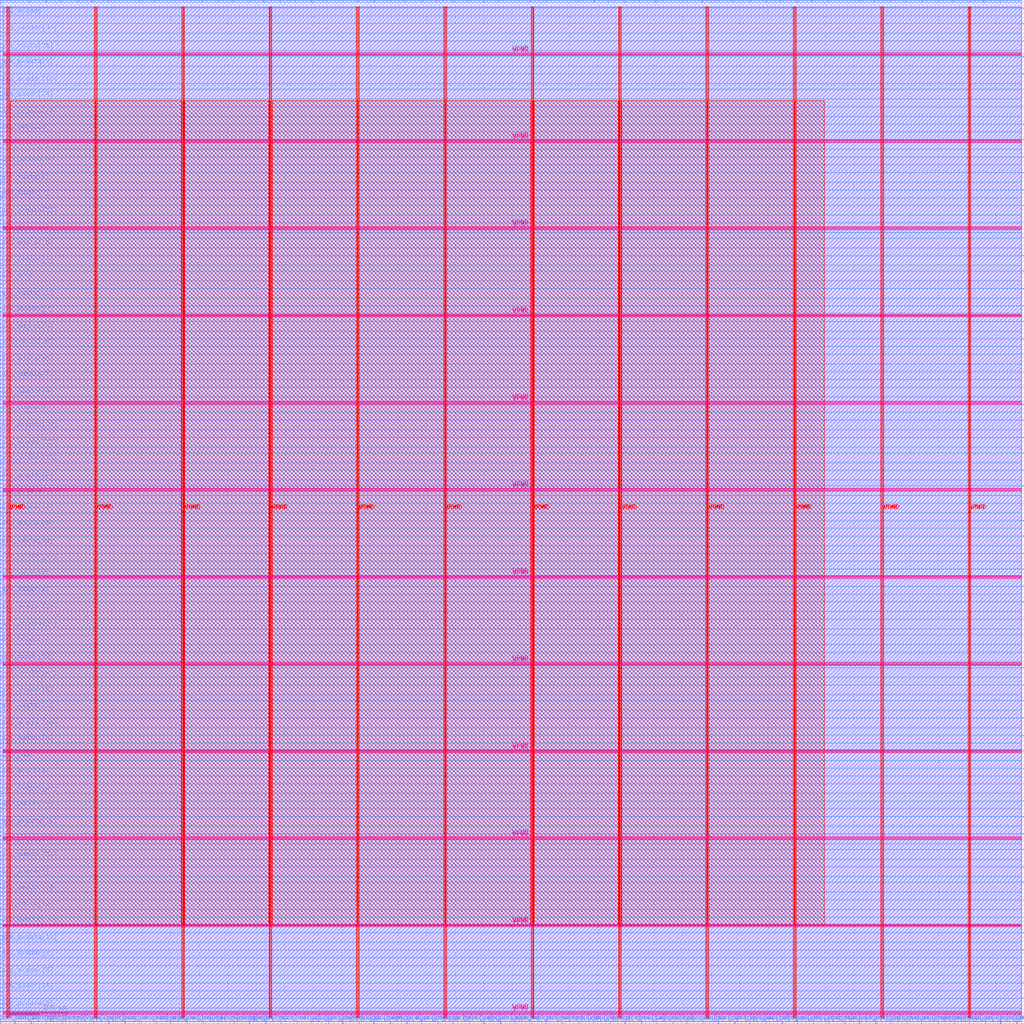
<source format=lef>
VERSION 5.7 ;
  NOWIREEXTENSIONATPIN ON ;
  DIVIDERCHAR "/" ;
  BUSBITCHARS "[]" ;
MACRO axi_apb_bridge
  CLASS BLOCK ;
  FOREIGN axi_apb_bridge ;
  ORIGIN 0.000 0.000 ;
  SIZE 1800.000 BY 1800.000 ;
  PIN VGND
    DIRECTION INOUT ;
    USE GROUND ;
    PORT
      LAYER met4 ;
        RECT 15.020 10.640 16.620 1787.280 ;
    END
    PORT
      LAYER met4 ;
        RECT 168.620 10.640 170.220 1787.280 ;
    END
    PORT
      LAYER met4 ;
        RECT 322.220 10.640 323.820 1787.280 ;
    END
    PORT
      LAYER met4 ;
        RECT 475.820 10.640 477.420 1787.280 ;
    END
    PORT
      LAYER met4 ;
        RECT 629.420 10.640 631.020 1787.280 ;
    END
    PORT
      LAYER met4 ;
        RECT 783.020 10.640 784.620 1787.280 ;
    END
    PORT
      LAYER met4 ;
        RECT 936.620 10.640 938.220 1787.280 ;
    END
    PORT
      LAYER met4 ;
        RECT 1090.220 10.640 1091.820 1787.280 ;
    END
    PORT
      LAYER met4 ;
        RECT 1243.820 10.640 1245.420 1787.280 ;
    END
    PORT
      LAYER met4 ;
        RECT 1397.420 10.640 1399.020 1787.280 ;
    END
    PORT
      LAYER met4 ;
        RECT 1551.020 10.640 1552.620 1787.280 ;
    END
    PORT
      LAYER met4 ;
        RECT 1704.620 10.640 1706.220 1787.280 ;
    END
    PORT
      LAYER met5 ;
        RECT 5.280 20.380 1794.700 21.980 ;
    END
    PORT
      LAYER met5 ;
        RECT 5.280 173.560 1794.700 175.160 ;
    END
    PORT
      LAYER met5 ;
        RECT 5.280 326.740 1794.700 328.340 ;
    END
    PORT
      LAYER met5 ;
        RECT 5.280 479.920 1794.700 481.520 ;
    END
    PORT
      LAYER met5 ;
        RECT 5.280 633.100 1794.700 634.700 ;
    END
    PORT
      LAYER met5 ;
        RECT 5.280 786.280 1794.700 787.880 ;
    END
    PORT
      LAYER met5 ;
        RECT 5.280 939.460 1794.700 941.060 ;
    END
    PORT
      LAYER met5 ;
        RECT 5.280 1092.640 1794.700 1094.240 ;
    END
    PORT
      LAYER met5 ;
        RECT 5.280 1245.820 1794.700 1247.420 ;
    END
    PORT
      LAYER met5 ;
        RECT 5.280 1399.000 1794.700 1400.600 ;
    END
    PORT
      LAYER met5 ;
        RECT 5.280 1552.180 1794.700 1553.780 ;
    END
    PORT
      LAYER met5 ;
        RECT 5.280 1705.360 1794.700 1706.960 ;
    END
  END VGND
  PIN VPWR
    DIRECTION INOUT ;
    USE POWER ;
    PORT
      LAYER met4 ;
        RECT 11.720 10.640 13.320 1787.280 ;
    END
    PORT
      LAYER met4 ;
        RECT 165.320 10.640 166.920 1787.280 ;
    END
    PORT
      LAYER met4 ;
        RECT 318.920 10.640 320.520 1787.280 ;
    END
    PORT
      LAYER met4 ;
        RECT 472.520 10.640 474.120 1787.280 ;
    END
    PORT
      LAYER met4 ;
        RECT 626.120 10.640 627.720 1787.280 ;
    END
    PORT
      LAYER met4 ;
        RECT 779.720 10.640 781.320 1787.280 ;
    END
    PORT
      LAYER met4 ;
        RECT 933.320 10.640 934.920 1787.280 ;
    END
    PORT
      LAYER met4 ;
        RECT 1086.920 10.640 1088.520 1787.280 ;
    END
    PORT
      LAYER met4 ;
        RECT 1240.520 10.640 1242.120 1787.280 ;
    END
    PORT
      LAYER met4 ;
        RECT 1394.120 10.640 1395.720 1787.280 ;
    END
    PORT
      LAYER met4 ;
        RECT 1547.720 10.640 1549.320 1787.280 ;
    END
    PORT
      LAYER met4 ;
        RECT 1701.320 10.640 1702.920 1787.280 ;
    END
    PORT
      LAYER met5 ;
        RECT 5.280 17.080 1794.700 18.680 ;
    END
    PORT
      LAYER met5 ;
        RECT 5.280 170.260 1794.700 171.860 ;
    END
    PORT
      LAYER met5 ;
        RECT 5.280 323.440 1794.700 325.040 ;
    END
    PORT
      LAYER met5 ;
        RECT 5.280 476.620 1794.700 478.220 ;
    END
    PORT
      LAYER met5 ;
        RECT 5.280 629.800 1794.700 631.400 ;
    END
    PORT
      LAYER met5 ;
        RECT 5.280 782.980 1794.700 784.580 ;
    END
    PORT
      LAYER met5 ;
        RECT 5.280 936.160 1794.700 937.760 ;
    END
    PORT
      LAYER met5 ;
        RECT 5.280 1089.340 1794.700 1090.940 ;
    END
    PORT
      LAYER met5 ;
        RECT 5.280 1242.520 1794.700 1244.120 ;
    END
    PORT
      LAYER met5 ;
        RECT 5.280 1395.700 1794.700 1397.300 ;
    END
    PORT
      LAYER met5 ;
        RECT 5.280 1548.880 1794.700 1550.480 ;
    END
    PORT
      LAYER met5 ;
        RECT 5.280 1702.060 1794.700 1703.660 ;
    END
  END VPWR
  PIN apb_paddr[0]
    DIRECTION OUTPUT TRISTATE ;
    USE SIGNAL ;
    ANTENNADIFFAREA 0.795200 ;
    PORT
      LAYER met3 ;
        RECT 0.000 754.840 4.000 755.440 ;
    END
  END apb_paddr[0]
  PIN apb_paddr[10]
    DIRECTION OUTPUT TRISTATE ;
    USE SIGNAL ;
    ANTENNADIFFAREA 0.795200 ;
    PORT
      LAYER met2 ;
        RECT 463.770 1796.000 464.050 1800.000 ;
    END
  END apb_paddr[10]
  PIN apb_paddr[11]
    DIRECTION OUTPUT TRISTATE ;
    USE SIGNAL ;
    ANTENNADIFFAREA 0.795200 ;
    PORT
      LAYER met3 ;
        RECT 0.000 377.440 4.000 378.040 ;
    END
  END apb_paddr[11]
  PIN apb_paddr[12]
    DIRECTION OUTPUT TRISTATE ;
    USE SIGNAL ;
    ANTENNADIFFAREA 0.445500 ;
    PORT
      LAYER met3 ;
        RECT 1796.000 1553.840 1800.000 1554.440 ;
    END
  END apb_paddr[12]
  PIN apb_paddr[13]
    DIRECTION OUTPUT TRISTATE ;
    USE SIGNAL ;
    ANTENNADIFFAREA 0.795200 ;
    PORT
      LAYER met2 ;
        RECT 1346.050 1796.000 1346.330 1800.000 ;
    END
  END apb_paddr[13]
  PIN apb_paddr[14]
    DIRECTION OUTPUT TRISTATE ;
    USE SIGNAL ;
    ANTENNADIFFAREA 0.795200 ;
    PORT
      LAYER met3 ;
        RECT 0.000 57.840 4.000 58.440 ;
    END
  END apb_paddr[14]
  PIN apb_paddr[15]
    DIRECTION OUTPUT TRISTATE ;
    USE SIGNAL ;
    ANTENNADIFFAREA 0.795200 ;
    PORT
      LAYER met3 ;
        RECT 0.000 635.840 4.000 636.440 ;
    END
  END apb_paddr[15]
  PIN apb_paddr[16]
    DIRECTION OUTPUT TRISTATE ;
    USE SIGNAL ;
    ANTENNADIFFAREA 0.795200 ;
    PORT
      LAYER met2 ;
        RECT 573.250 1796.000 573.530 1800.000 ;
    END
  END apb_paddr[16]
  PIN apb_paddr[17]
    DIRECTION OUTPUT TRISTATE ;
    USE SIGNAL ;
    ANTENNADIFFAREA 0.445500 ;
    PORT
      LAYER met3 ;
        RECT 1796.000 1292.040 1800.000 1292.640 ;
    END
  END apb_paddr[17]
  PIN apb_paddr[18]
    DIRECTION OUTPUT TRISTATE ;
    USE SIGNAL ;
    ANTENNADIFFAREA 0.445500 ;
    PORT
      LAYER met3 ;
        RECT 1796.000 741.240 1800.000 741.840 ;
    END
  END apb_paddr[18]
  PIN apb_paddr[19]
    DIRECTION OUTPUT TRISTATE ;
    USE SIGNAL ;
    ANTENNADIFFAREA 0.795200 ;
    PORT
      LAYER met2 ;
        RECT 547.490 0.000 547.770 4.000 ;
    END
  END apb_paddr[19]
  PIN apb_paddr[1]
    DIRECTION OUTPUT TRISTATE ;
    USE SIGNAL ;
    ANTENNADIFFAREA 0.795200 ;
    PORT
      LAYER met2 ;
        RECT 1455.530 0.000 1455.810 4.000 ;
    END
  END apb_paddr[1]
  PIN apb_paddr[20]
    DIRECTION OUTPUT TRISTATE ;
    USE SIGNAL ;
    ANTENNADIFFAREA 0.445500 ;
    PORT
      LAYER met3 ;
        RECT 1796.000 217.640 1800.000 218.240 ;
    END
  END apb_paddr[20]
  PIN apb_paddr[21]
    DIRECTION OUTPUT TRISTATE ;
    USE SIGNAL ;
    ANTENNADIFFAREA 0.445500 ;
    PORT
      LAYER met3 ;
        RECT 1796.000 363.840 1800.000 364.440 ;
    END
  END apb_paddr[21]
  PIN apb_paddr[22]
    DIRECTION OUTPUT TRISTATE ;
    USE SIGNAL ;
    ANTENNADIFFAREA 0.795200 ;
    PORT
      LAYER met2 ;
        RECT 1400.790 1796.000 1401.070 1800.000 ;
    END
  END apb_paddr[22]
  PIN apb_paddr[23]
    DIRECTION OUTPUT TRISTATE ;
    USE SIGNAL ;
    ANTENNADIFFAREA 0.795200 ;
    PORT
      LAYER met2 ;
        RECT 1703.470 0.000 1703.750 4.000 ;
    END
  END apb_paddr[23]
  PIN apb_paddr[24]
    DIRECTION OUTPUT TRISTATE ;
    USE SIGNAL ;
    ANTENNADIFFAREA 0.795200 ;
    PORT
      LAYER met3 ;
        RECT 0.000 1625.240 4.000 1625.840 ;
    END
  END apb_paddr[24]
  PIN apb_paddr[25]
    DIRECTION OUTPUT TRISTATE ;
    USE SIGNAL ;
    ANTENNADIFFAREA 0.795200 ;
    PORT
      LAYER met2 ;
        RECT 412.250 0.000 412.530 4.000 ;
    END
  END apb_paddr[25]
  PIN apb_paddr[26]
    DIRECTION OUTPUT TRISTATE ;
    USE SIGNAL ;
    ANTENNADIFFAREA 0.795200 ;
    PORT
      LAYER met3 ;
        RECT 1796.000 102.040 1800.000 102.640 ;
    END
  END apb_paddr[26]
  PIN apb_paddr[27]
    DIRECTION OUTPUT TRISTATE ;
    USE SIGNAL ;
    ANTENNADIFFAREA 0.795200 ;
    PORT
      LAYER met3 ;
        RECT 1796.000 537.240 1800.000 537.840 ;
    END
  END apb_paddr[27]
  PIN apb_paddr[28]
    DIRECTION OUTPUT TRISTATE ;
    USE SIGNAL ;
    ANTENNADIFFAREA 0.795200 ;
    PORT
      LAYER met2 ;
        RECT 80.590 0.000 80.870 4.000 ;
    END
  END apb_paddr[28]
  PIN apb_paddr[29]
    DIRECTION OUTPUT TRISTATE ;
    USE SIGNAL ;
    ANTENNADIFFAREA 0.795200 ;
    PORT
      LAYER met2 ;
        RECT 1043.370 1796.000 1043.650 1800.000 ;
    END
  END apb_paddr[29]
  PIN apb_paddr[2]
    DIRECTION OUTPUT TRISTATE ;
    USE SIGNAL ;
    ANTENNADIFFAREA 0.795200 ;
    PORT
      LAYER met3 ;
        RECT 1796.000 1145.840 1800.000 1146.440 ;
    END
  END apb_paddr[2]
  PIN apb_paddr[30]
    DIRECTION OUTPUT TRISTATE ;
    USE SIGNAL ;
    ANTENNADIFFAREA 0.445500 ;
    PORT
      LAYER met3 ;
        RECT 1796.000 1785.040 1800.000 1785.640 ;
    END
  END apb_paddr[30]
  PIN apb_paddr[31]
    DIRECTION OUTPUT TRISTATE ;
    USE SIGNAL ;
    ANTENNADIFFAREA 0.795200 ;
    PORT
      LAYER met2 ;
        RECT 1017.610 0.000 1017.890 4.000 ;
    END
  END apb_paddr[31]
  PIN apb_paddr[3]
    DIRECTION OUTPUT TRISTATE ;
    USE SIGNAL ;
    ANTENNADIFFAREA 0.795200 ;
    PORT
      LAYER met2 ;
        RECT 215.830 1796.000 216.110 1800.000 ;
    END
  END apb_paddr[3]
  PIN apb_paddr[4]
    DIRECTION OUTPUT TRISTATE ;
    USE SIGNAL ;
    ANTENNADIFFAREA 0.795200 ;
    PORT
      LAYER met2 ;
        RECT 1783.970 1796.000 1784.250 1800.000 ;
    END
  END apb_paddr[4]
  PIN apb_paddr[5]
    DIRECTION OUTPUT TRISTATE ;
    USE SIGNAL ;
    ANTENNADIFFAREA 0.795200 ;
    PORT
      LAYER met2 ;
        RECT 1152.850 1796.000 1153.130 1800.000 ;
    END
  END apb_paddr[5]
  PIN apb_paddr[6]
    DIRECTION OUTPUT TRISTATE ;
    USE SIGNAL ;
    ANTENNADIFFAREA 0.795200 ;
    PORT
      LAYER met2 ;
        RECT 602.230 1796.000 602.510 1800.000 ;
    END
  END apb_paddr[6]
  PIN apb_paddr[7]
    DIRECTION OUTPUT TRISTATE ;
    USE SIGNAL ;
    ANTENNADIFFAREA 0.795200 ;
    PORT
      LAYER met3 ;
        RECT 0.000 1451.840 4.000 1452.440 ;
    END
  END apb_paddr[7]
  PIN apb_paddr[8]
    DIRECTION OUTPUT TRISTATE ;
    USE SIGNAL ;
    ANTENNADIFFAREA 0.795200 ;
    PORT
      LAYER met2 ;
        RECT 850.170 0.000 850.450 4.000 ;
    END
  END apb_paddr[8]
  PIN apb_paddr[9]
    DIRECTION OUTPUT TRISTATE ;
    USE SIGNAL ;
    ANTENNADIFFAREA 0.445500 ;
    PORT
      LAYER met3 ;
        RECT 1796.000 1465.440 1800.000 1466.040 ;
    END
  END apb_paddr[9]
  PIN apb_penable
    DIRECTION OUTPUT TRISTATE ;
    USE SIGNAL ;
    ANTENNADIFFAREA 0.795200 ;
    PORT
      LAYER met2 ;
        RECT 1729.230 1796.000 1729.510 1800.000 ;
    END
  END apb_penable
  PIN apb_prdata[0]
    DIRECTION INPUT ;
    USE SIGNAL ;
    ANTENNAGATEAREA 0.126000 ;
    PORT
      LAYER met2 ;
        RECT 631.210 0.000 631.490 4.000 ;
    END
  END apb_prdata[0]
  PIN apb_prdata[10]
    DIRECTION INPUT ;
    USE SIGNAL ;
    ANTENNAGATEAREA 0.126000 ;
    PORT
      LAYER met2 ;
        RECT 273.790 0.000 274.070 4.000 ;
    END
  END apb_prdata[10]
  PIN apb_prdata[11]
    DIRECTION INPUT ;
    USE SIGNAL ;
    ANTENNAGATEAREA 0.126000 ;
    PORT
      LAYER met3 ;
        RECT 1796.000 799.040 1800.000 799.640 ;
    END
  END apb_prdata[11]
  PIN apb_prdata[12]
    DIRECTION INPUT ;
    USE SIGNAL ;
    ANTENNAGATEAREA 0.126000 ;
    PORT
      LAYER met2 ;
        RECT 492.750 1796.000 493.030 1800.000 ;
    END
  END apb_prdata[12]
  PIN apb_prdata[13]
    DIRECTION INPUT ;
    USE SIGNAL ;
    ANTENNAGATEAREA 0.126000 ;
    PORT
      LAYER met3 ;
        RECT 1796.000 945.240 1800.000 945.840 ;
    END
  END apb_prdata[13]
  PIN apb_prdata[14]
    DIRECTION INPUT ;
    USE SIGNAL ;
    ANTENNAGATEAREA 0.126000 ;
    PORT
      LAYER met2 ;
        RECT 1072.350 0.000 1072.630 4.000 ;
    END
  END apb_prdata[14]
  PIN apb_prdata[15]
    DIRECTION INPUT ;
    USE SIGNAL ;
    ANTENNAGATEAREA 0.126000 ;
    PORT
      LAYER met3 ;
        RECT 1796.000 248.240 1800.000 248.840 ;
    END
  END apb_prdata[15]
  PIN apb_prdata[16]
    DIRECTION INPUT ;
    USE SIGNAL ;
    ANTENNAGATEAREA 0.126000 ;
    PORT
      LAYER met3 ;
        RECT 1796.000 710.640 1800.000 711.240 ;
    END
  END apb_prdata[16]
  PIN apb_prdata[17]
    DIRECTION INPUT ;
    USE SIGNAL ;
    ANTENNAGATEAREA 0.126000 ;
    PORT
      LAYER met3 ;
        RECT 1796.000 1349.840 1800.000 1350.440 ;
    END
  END apb_prdata[17]
  PIN apb_prdata[18]
    DIRECTION INPUT ;
    USE SIGNAL ;
    ANTENNAGATEAREA 0.126000 ;
    PORT
      LAYER met2 ;
        RECT 409.030 1796.000 409.310 1800.000 ;
    END
  END apb_prdata[18]
  PIN apb_prdata[19]
    DIRECTION INPUT ;
    USE SIGNAL ;
    ANTENNAGATEAREA 0.126000 ;
    PORT
      LAYER met3 ;
        RECT 0.000 1594.640 4.000 1595.240 ;
    END
  END apb_prdata[19]
  PIN apb_prdata[1]
    DIRECTION INPUT ;
    USE SIGNAL ;
    ANTENNAGATEAREA 0.126000 ;
    PORT
      LAYER met3 ;
        RECT 0.000 1332.840 4.000 1333.440 ;
    END
  END apb_prdata[1]
  PIN apb_prdata[20]
    DIRECTION INPUT ;
    USE SIGNAL ;
    ANTENNAGATEAREA 0.213000 ;
    PORT
      LAYER met2 ;
        RECT 1539.250 0.000 1539.530 4.000 ;
    END
  END apb_prdata[20]
  PIN apb_prdata[21]
    DIRECTION INPUT ;
    USE SIGNAL ;
    ANTENNAGATEAREA 0.126000 ;
    PORT
      LAYER met2 ;
        RECT 161.090 1796.000 161.370 1800.000 ;
    END
  END apb_prdata[21]
  PIN apb_prdata[22]
    DIRECTION INPUT ;
    USE SIGNAL ;
    ANTENNAGATEAREA 0.126000 ;
    PORT
      LAYER met2 ;
        RECT 1481.290 1796.000 1481.570 1800.000 ;
    END
  END apb_prdata[22]
  PIN apb_prdata[23]
    DIRECTION INPUT ;
    USE SIGNAL ;
    ANTENNAGATEAREA 0.990000 ;
    PORT
      LAYER met3 ;
        RECT 1796.000 13.640 1800.000 14.240 ;
    END
  END apb_prdata[23]
  PIN apb_prdata[24]
    DIRECTION INPUT ;
    USE SIGNAL ;
    ANTENNAGATEAREA 0.126000 ;
    PORT
      LAYER met2 ;
        RECT 769.670 0.000 769.950 4.000 ;
    END
  END apb_prdata[24]
  PIN apb_prdata[25]
    DIRECTION INPUT ;
    USE SIGNAL ;
    ANTENNAGATEAREA 0.126000 ;
    PORT
      LAYER met3 ;
        RECT 0.000 693.640 4.000 694.240 ;
    END
  END apb_prdata[25]
  PIN apb_prdata[26]
    DIRECTION INPUT ;
    USE SIGNAL ;
    ANTENNAGATEAREA 0.126000 ;
    PORT
      LAYER met3 ;
        RECT 0.000 346.840 4.000 347.440 ;
    END
  END apb_prdata[26]
  PIN apb_prdata[27]
    DIRECTION INPUT ;
    USE SIGNAL ;
    ANTENNAGATEAREA 0.126000 ;
    PORT
      LAYER met2 ;
        RECT 930.670 1796.000 930.950 1800.000 ;
    END
  END apb_prdata[27]
  PIN apb_prdata[28]
    DIRECTION INPUT ;
    USE SIGNAL ;
    ANTENNAGATEAREA 0.126000 ;
    PORT
      LAYER met3 ;
        RECT 0.000 1421.240 4.000 1421.840 ;
    END
  END apb_prdata[28]
  PIN apb_prdata[29]
    DIRECTION INPUT ;
    USE SIGNAL ;
    ANTENNAGATEAREA 0.126000 ;
    PORT
      LAYER met2 ;
        RECT 1593.990 0.000 1594.270 4.000 ;
    END
  END apb_prdata[29]
  PIN apb_prdata[2]
    DIRECTION INPUT ;
    USE SIGNAL ;
    ANTENNAGATEAREA 0.126000 ;
    PORT
      LAYER met3 ;
        RECT 1796.000 884.040 1800.000 884.640 ;
    END
  END apb_prdata[2]
  PIN apb_prdata[30]
    DIRECTION INPUT ;
    USE SIGNAL ;
    ANTENNAGATEAREA 0.126000 ;
    PORT
      LAYER met2 ;
        RECT 244.810 1796.000 245.090 1800.000 ;
    END
  END apb_prdata[30]
  PIN apb_prdata[31]
    DIRECTION INPUT ;
    USE SIGNAL ;
    ANTENNAGATEAREA 0.126000 ;
    PORT
      LAYER met2 ;
        RECT 685.950 0.000 686.230 4.000 ;
    END
  END apb_prdata[31]
  PIN apb_prdata[3]
    DIRECTION INPUT ;
    USE SIGNAL ;
    ANTENNAGATEAREA 0.126000 ;
    PORT
      LAYER met2 ;
        RECT 795.430 1796.000 795.710 1800.000 ;
    END
  END apb_prdata[3]
  PIN apb_prdata[4]
    DIRECTION INPUT ;
    USE SIGNAL ;
    ANTENNAGATEAREA 0.126000 ;
    PORT
      LAYER met3 ;
        RECT 0.000 928.240 4.000 928.840 ;
    END
  END apb_prdata[4]
  PIN apb_prdata[5]
    DIRECTION INPUT ;
    USE SIGNAL ;
    ANTENNAGATEAREA 0.126000 ;
    PORT
      LAYER met2 ;
        RECT 714.930 0.000 715.210 4.000 ;
    END
  END apb_prdata[5]
  PIN apb_prdata[6]
    DIRECTION INPUT ;
    USE SIGNAL ;
    ANTENNAGATEAREA 0.126000 ;
    PORT
      LAYER met2 ;
        RECT 1565.010 1796.000 1565.290 1800.000 ;
    END
  END apb_prdata[6]
  PIN apb_prdata[7]
    DIRECTION INPUT ;
    USE SIGNAL ;
    ANTENNAGATEAREA 0.126000 ;
    PORT
      LAYER met2 ;
        RECT 1758.210 0.000 1758.490 4.000 ;
    END
  END apb_prdata[7]
  PIN apb_prdata[8]
    DIRECTION INPUT ;
    USE SIGNAL ;
    ANTENNAGATEAREA 0.126000 ;
    PORT
      LAYER met2 ;
        RECT 328.530 1796.000 328.810 1800.000 ;
    END
  END apb_prdata[8]
  PIN apb_prdata[9]
    DIRECTION INPUT ;
    USE SIGNAL ;
    ANTENNAGATEAREA 0.126000 ;
    PORT
      LAYER met3 ;
        RECT 0.000 27.240 4.000 27.840 ;
    END
  END apb_prdata[9]
  PIN apb_pready
    DIRECTION INPUT ;
    USE SIGNAL ;
    ANTENNAGATEAREA 0.126000 ;
    PORT
      LAYER met3 ;
        RECT 1796.000 1700.040 1800.000 1700.640 ;
    END
  END apb_pready
  PIN apb_psel
    DIRECTION OUTPUT TRISTATE ;
    USE SIGNAL ;
    ANTENNADIFFAREA 0.795200 ;
    PORT
      LAYER met3 ;
        RECT 0.000 462.440 4.000 463.040 ;
    END
  END apb_psel
  PIN apb_pslverr
    DIRECTION INPUT ;
    USE SIGNAL ;
    ANTENNAGATEAREA 0.126000 ;
    PORT
      LAYER met2 ;
        RECT 438.010 0.000 438.290 4.000 ;
    END
  END apb_pslverr
  PIN apb_pwdata[0]
    DIRECTION OUTPUT TRISTATE ;
    USE SIGNAL ;
    ANTENNADIFFAREA 0.795200 ;
    PORT
      LAYER met3 ;
        RECT 0.000 316.240 4.000 316.840 ;
    END
  END apb_pwdata[0]
  PIN apb_pwdata[10]
    DIRECTION OUTPUT TRISTATE ;
    USE SIGNAL ;
    ANTENNADIFFAREA 0.795200 ;
    PORT
      LAYER met2 ;
        RECT 850.170 1796.000 850.450 1800.000 ;
    END
  END apb_pwdata[10]
  PIN apb_pwdata[11]
    DIRECTION OUTPUT TRISTATE ;
    USE SIGNAL ;
    ANTENNADIFFAREA 0.795200 ;
    PORT
      LAYER met2 ;
        RECT 1484.510 0.000 1484.790 4.000 ;
    END
  END apb_pwdata[11]
  PIN apb_pwdata[12]
    DIRECTION OUTPUT TRISTATE ;
    USE SIGNAL ;
    ANTENNADIFFAREA 0.445500 ;
    PORT
      LAYER met3 ;
        RECT 1796.000 1030.240 1800.000 1030.840 ;
    END
  END apb_pwdata[12]
  PIN apb_pwdata[13]
    DIRECTION OUTPUT TRISTATE ;
    USE SIGNAL ;
    ANTENNADIFFAREA 0.795200 ;
    PORT
      LAYER met2 ;
        RECT 1619.750 1796.000 1620.030 1800.000 ;
    END
  END apb_pwdata[13]
  PIN apb_pwdata[14]
    DIRECTION OUTPUT TRISTATE ;
    USE SIGNAL ;
    ANTENNADIFFAREA 0.795200 ;
    PORT
      LAYER met3 ;
        RECT 0.000 1798.640 4.000 1799.240 ;
    END
  END apb_pwdata[14]
  PIN apb_pwdata[15]
    DIRECTION OUTPUT TRISTATE ;
    USE SIGNAL ;
    ANTENNADIFFAREA 0.795200 ;
    PORT
      LAYER met2 ;
        RECT 988.630 1796.000 988.910 1800.000 ;
    END
  END apb_pwdata[15]
  PIN apb_pwdata[16]
    DIRECTION OUTPUT TRISTATE ;
    USE SIGNAL ;
    ANTENNADIFFAREA 0.795200 ;
    PORT
      LAYER met2 ;
        RECT 1014.390 1796.000 1014.670 1800.000 ;
    END
  END apb_pwdata[16]
  PIN apb_pwdata[17]
    DIRECTION OUTPUT TRISTATE ;
    USE SIGNAL ;
    ANTENNADIFFAREA 0.445500 ;
    PORT
      LAYER met3 ;
        RECT 1796.000 1611.640 1800.000 1612.240 ;
    END
  END apb_pwdata[17]
  PIN apb_pwdata[18]
    DIRECTION OUTPUT TRISTATE ;
    USE SIGNAL ;
    ANTENNADIFFAREA 0.795200 ;
    PORT
      LAYER met2 ;
        RECT 740.690 1796.000 740.970 1800.000 ;
    END
  END apb_pwdata[18]
  PIN apb_pwdata[19]
    DIRECTION OUTPUT TRISTATE ;
    USE SIGNAL ;
    ANTENNADIFFAREA 0.795200 ;
    PORT
      LAYER met3 ;
        RECT 0.000 142.840 4.000 143.440 ;
    END
  END apb_pwdata[19]
  PIN apb_pwdata[1]
    DIRECTION OUTPUT TRISTATE ;
    USE SIGNAL ;
    ANTENNADIFFAREA 0.445500 ;
    PORT
      LAYER met3 ;
        RECT 1796.000 1203.640 1800.000 1204.240 ;
    END
  END apb_pwdata[1]
  PIN apb_pwdata[20]
    DIRECTION OUTPUT TRISTATE ;
    USE SIGNAL ;
    ANTENNADIFFAREA 0.795200 ;
    PORT
      LAYER met2 ;
        RECT 1400.790 0.000 1401.070 4.000 ;
    END
  END apb_pwdata[20]
  PIN apb_pwdata[21]
    DIRECTION OUTPUT TRISTATE ;
    USE SIGNAL ;
    ANTENNADIFFAREA 0.795200 ;
    PORT
      LAYER met3 ;
        RECT 0.000 1390.640 4.000 1391.240 ;
    END
  END apb_pwdata[21]
  PIN apb_pwdata[22]
    DIRECTION OUTPUT TRISTATE ;
    USE SIGNAL ;
    ANTENNADIFFAREA 0.795200 ;
    PORT
      LAYER met2 ;
        RECT 1648.730 0.000 1649.010 4.000 ;
    END
  END apb_pwdata[22]
  PIN apb_pwdata[23]
    DIRECTION OUTPUT TRISTATE ;
    USE SIGNAL ;
    ANTENNADIFFAREA 0.795200 ;
    PORT
      LAYER met2 ;
        RECT 299.550 1796.000 299.830 1800.000 ;
    END
  END apb_pwdata[23]
  PIN apb_pwdata[24]
    DIRECTION OUTPUT TRISTATE ;
    USE SIGNAL ;
    ANTENNADIFFAREA 0.795200 ;
    PORT
      LAYER met2 ;
        RECT 959.650 1796.000 959.930 1800.000 ;
    END
  END apb_pwdata[24]
  PIN apb_pwdata[25]
    DIRECTION OUTPUT TRISTATE ;
    USE SIGNAL ;
    ANTENNADIFFAREA 0.795200 ;
    PORT
      LAYER met3 ;
        RECT 1796.000 972.440 1800.000 973.040 ;
    END
  END apb_pwdata[25]
  PIN apb_pwdata[26]
    DIRECTION OUTPUT TRISTATE ;
    USE SIGNAL ;
    ANTENNADIFFAREA 0.795200 ;
    PORT
      LAYER met2 ;
        RECT 1455.530 1796.000 1455.810 1800.000 ;
    END
  END apb_pwdata[26]
  PIN apb_pwdata[27]
    DIRECTION OUTPUT TRISTATE ;
    USE SIGNAL ;
    ANTENNADIFFAREA 0.795200 ;
    PORT
      LAYER met3 ;
        RECT 0.000 404.640 4.000 405.240 ;
    END
  END apb_pwdata[27]
  PIN apb_pwdata[28]
    DIRECTION OUTPUT TRISTATE ;
    USE SIGNAL ;
    ANTENNADIFFAREA 0.795200 ;
    PORT
      LAYER met2 ;
        RECT 627.990 1796.000 628.270 1800.000 ;
    END
  END apb_pwdata[28]
  PIN apb_pwdata[29]
    DIRECTION OUTPUT TRISTATE ;
    USE SIGNAL ;
    ANTENNADIFFAREA 0.795200 ;
    PORT
      LAYER met2 ;
        RECT 1123.870 1796.000 1124.150 1800.000 ;
    END
  END apb_pwdata[29]
  PIN apb_pwdata[2]
    DIRECTION OUTPUT TRISTATE ;
    USE SIGNAL ;
    ANTENNADIFFAREA 0.795200 ;
    PORT
      LAYER met2 ;
        RECT 766.450 1796.000 766.730 1800.000 ;
    END
  END apb_pwdata[2]
  PIN apb_pwdata[30]
    DIRECTION OUTPUT TRISTATE ;
    USE SIGNAL ;
    ANTENNADIFFAREA 0.795200 ;
    PORT
      LAYER met2 ;
        RECT 135.330 1796.000 135.610 1800.000 ;
    END
  END apb_pwdata[30]
  PIN apb_pwdata[31]
    DIRECTION OUTPUT TRISTATE ;
    USE SIGNAL ;
    ANTENNADIFFAREA 0.795200 ;
    PORT
      LAYER met2 ;
        RECT 1565.010 0.000 1565.290 4.000 ;
    END
  END apb_pwdata[31]
  PIN apb_pwdata[3]
    DIRECTION OUTPUT TRISTATE ;
    USE SIGNAL ;
    ANTENNADIFFAREA 0.445500 ;
    PORT
      LAYER met3 ;
        RECT 1796.000 1060.840 1800.000 1061.440 ;
    END
  END apb_pwdata[3]
  PIN apb_pwdata[4]
    DIRECTION OUTPUT TRISTATE ;
    USE SIGNAL ;
    ANTENNADIFFAREA 0.795200 ;
    PORT
      LAYER met2 ;
        RECT 1069.130 1796.000 1069.410 1800.000 ;
    END
  END apb_pwdata[4]
  PIN apb_pwdata[5]
    DIRECTION OUTPUT TRISTATE ;
    USE SIGNAL ;
    ANTENNADIFFAREA 0.795200 ;
    PORT
      LAYER met2 ;
        RECT 1288.090 1796.000 1288.370 1800.000 ;
    END
  END apb_pwdata[5]
  PIN apb_pwdata[6]
    DIRECTION OUTPUT TRISTATE ;
    USE SIGNAL ;
    ANTENNADIFFAREA 0.795200 ;
    PORT
      LAYER met2 ;
        RECT 299.550 0.000 299.830 4.000 ;
    END
  END apb_pwdata[6]
  PIN apb_pwdata[7]
    DIRECTION OUTPUT TRISTATE ;
    USE SIGNAL ;
    ANTENNADIFFAREA 0.795200 ;
    PORT
      LAYER met3 ;
        RECT 0.000 1132.240 4.000 1132.840 ;
    END
  END apb_pwdata[7]
  PIN apb_pwdata[8]
    DIRECTION OUTPUT TRISTATE ;
    USE SIGNAL ;
    ANTENNADIFFAREA 0.795200 ;
    PORT
      LAYER met3 ;
        RECT 0.000 1509.640 4.000 1510.240 ;
    END
  END apb_pwdata[8]
  PIN apb_pwdata[9]
    DIRECTION OUTPUT TRISTATE ;
    USE SIGNAL ;
    ANTENNADIFFAREA 0.795200 ;
    PORT
      LAYER met3 ;
        RECT 0.000 1683.040 4.000 1683.640 ;
    END
  END apb_pwdata[9]
  PIN apb_pwrite
    DIRECTION OUTPUT TRISTATE ;
    USE SIGNAL ;
    ANTENNADIFFAREA 0.795200 ;
    PORT
      LAYER met2 ;
        RECT 190.070 0.000 190.350 4.000 ;
    END
  END apb_pwrite
  PIN axi_aclk
    DIRECTION INPUT ;
    USE SIGNAL ;
    ANTENNAGATEAREA 1.721400 ;
    ANTENNADIFFAREA 0.869400 ;
    PORT
      LAYER met3 ;
        RECT 0.000 1305.640 4.000 1306.240 ;
    END
  END axi_aclk
  PIN axi_araddr[0]
    DIRECTION INPUT ;
    USE SIGNAL ;
    ANTENNAGATEAREA 0.742500 ;
    PORT
      LAYER met3 ;
        RECT 1796.000 391.040 1800.000 391.640 ;
    END
  END axi_araddr[0]
  PIN axi_araddr[10]
    DIRECTION INPUT ;
    USE SIGNAL ;
    ANTENNAGATEAREA 0.213000 ;
    PORT
      LAYER met3 ;
        RECT 1796.000 479.440 1800.000 480.040 ;
    END
  END axi_araddr[10]
  PIN axi_araddr[11]
    DIRECTION INPUT ;
    USE SIGNAL ;
    ANTENNAGATEAREA 0.742500 ;
    PORT
      LAYER met3 ;
        RECT 1796.000 1727.240 1800.000 1727.840 ;
    END
  END axi_araddr[11]
  PIN axi_araddr[12]
    DIRECTION INPUT ;
    USE SIGNAL ;
    ANTENNAGATEAREA 0.126000 ;
    PORT
      LAYER met2 ;
        RECT 1317.070 1796.000 1317.350 1800.000 ;
    END
  END axi_araddr[12]
  PIN axi_araddr[13]
    DIRECTION INPUT ;
    USE SIGNAL ;
    ANTENNAGATEAREA 0.247500 ;
    PORT
      LAYER met3 ;
        RECT 1796.000 275.440 1800.000 276.040 ;
    END
  END axi_araddr[13]
  PIN axi_araddr[14]
    DIRECTION INPUT ;
    USE SIGNAL ;
    ANTENNAGATEAREA 0.126000 ;
    PORT
      LAYER met2 ;
        RECT 518.510 1796.000 518.790 1800.000 ;
    END
  END axi_araddr[14]
  PIN axi_araddr[15]
    DIRECTION INPUT ;
    USE SIGNAL ;
    ANTENNAGATEAREA 0.126000 ;
    PORT
      LAYER met3 ;
        RECT 0.000 986.040 4.000 986.640 ;
    END
  END axi_araddr[15]
  PIN axi_araddr[16]
    DIRECTION INPUT ;
    USE SIGNAL ;
    ANTENNAGATEAREA 0.247500 ;
    PORT
      LAYER met3 ;
        RECT 0.000 1652.440 4.000 1653.040 ;
    END
  END axi_araddr[16]
  PIN axi_araddr[17]
    DIRECTION INPUT ;
    USE SIGNAL ;
    ANTENNAGATEAREA 0.990000 ;
    PORT
      LAYER met3 ;
        RECT 0.000 812.640 4.000 813.240 ;
    END
  END axi_araddr[17]
  PIN axi_araddr[18]
    DIRECTION INPUT ;
    USE SIGNAL ;
    ANTENNAGATEAREA 0.990000 ;
    PORT
      LAYER met3 ;
        RECT 0.000 724.240 4.000 724.840 ;
    END
  END axi_araddr[18]
  PIN axi_araddr[19]
    DIRECTION INPUT ;
    USE SIGNAL ;
    ANTENNAGATEAREA 0.126000 ;
    PORT
      LAYER met2 ;
        RECT 602.230 0.000 602.510 4.000 ;
    END
  END axi_araddr[19]
  PIN axi_araddr[1]
    DIRECTION INPUT ;
    USE SIGNAL ;
    ANTENNAGATEAREA 0.126000 ;
    PORT
      LAYER met2 ;
        RECT 1236.570 0.000 1236.850 4.000 ;
    END
  END axi_araddr[1]
  PIN axi_araddr[20]
    DIRECTION INPUT ;
    USE SIGNAL ;
    ANTENNAGATEAREA 0.126000 ;
    PORT
      LAYER met3 ;
        RECT 1796.000 652.840 1800.000 653.440 ;
    END
  END axi_araddr[20]
  PIN axi_araddr[21]
    DIRECTION INPUT ;
    USE SIGNAL ;
    ANTENNAGATEAREA 0.126000 ;
    PORT
      LAYER met2 ;
        RECT 1346.050 0.000 1346.330 4.000 ;
    END
  END axi_araddr[21]
  PIN axi_araddr[22]
    DIRECTION INPUT ;
    USE SIGNAL ;
    ANTENNAGATEAREA 0.126000 ;
    PORT
      LAYER met3 ;
        RECT 0.000 1013.240 4.000 1013.840 ;
    END
  END axi_araddr[22]
  PIN axi_araddr[23]
    DIRECTION INPUT ;
    USE SIGNAL ;
    ANTENNAGATEAREA 0.495000 ;
    PORT
      LAYER met3 ;
        RECT 0.000 1043.840 4.000 1044.440 ;
    END
  END axi_araddr[23]
  PIN axi_araddr[24]
    DIRECTION INPUT ;
    USE SIGNAL ;
    ANTENNAGATEAREA 0.742500 ;
    PORT
      LAYER met2 ;
        RECT 219.050 0.000 219.330 4.000 ;
    END
  END axi_araddr[24]
  PIN axi_araddr[25]
    DIRECTION INPUT ;
    USE SIGNAL ;
    ANTENNAGATEAREA 0.126000 ;
    PORT
      LAYER met2 ;
        RECT 521.730 0.000 522.010 4.000 ;
    END
  END axi_araddr[25]
  PIN axi_araddr[26]
    DIRECTION INPUT ;
    USE SIGNAL ;
    ANTENNAGATEAREA 0.126000 ;
    PORT
      LAYER met3 ;
        RECT 1796.000 914.640 1800.000 915.240 ;
    END
  END axi_araddr[26]
  PIN axi_araddr[27]
    DIRECTION INPUT ;
    USE SIGNAL ;
    ANTENNAGATEAREA 0.742500 ;
    PORT
      LAYER met2 ;
        RECT 1262.330 1796.000 1262.610 1800.000 ;
    END
  END axi_araddr[27]
  PIN axi_araddr[28]
    DIRECTION INPUT ;
    USE SIGNAL ;
    ANTENNAGATEAREA 0.990000 ;
    PORT
      LAYER met2 ;
        RECT 190.070 1796.000 190.350 1800.000 ;
    END
  END axi_araddr[28]
  PIN axi_araddr[29]
    DIRECTION INPUT ;
    USE SIGNAL ;
    ANTENNAGATEAREA 0.742500 ;
    PORT
      LAYER met3 ;
        RECT 0.000 520.240 4.000 520.840 ;
    END
  END axi_araddr[29]
  PIN axi_araddr[2]
    DIRECTION INPUT ;
    USE SIGNAL ;
    ANTENNAGATEAREA 0.126000 ;
    PORT
      LAYER met3 ;
        RECT 0.000 955.440 4.000 956.040 ;
    END
  END axi_araddr[2]
  PIN axi_araddr[30]
    DIRECTION INPUT ;
    USE SIGNAL ;
    ANTENNAGATEAREA 0.852000 ;
    PORT
      LAYER met3 ;
        RECT 0.000 1740.840 4.000 1741.440 ;
    END
  END axi_araddr[30]
  PIN axi_araddr[31]
    DIRECTION INPUT ;
    USE SIGNAL ;
    ANTENNAGATEAREA 0.126000 ;
    PORT
      LAYER met2 ;
        RECT 959.650 0.000 959.930 4.000 ;
    END
  END axi_araddr[31]
  PIN axi_araddr[3]
    DIRECTION INPUT ;
    USE SIGNAL ;
    ANTENNAGATEAREA 0.126000 ;
    PORT
      LAYER met2 ;
        RECT 821.190 1796.000 821.470 1800.000 ;
    END
  END axi_araddr[3]
  PIN axi_araddr[4]
    DIRECTION INPUT ;
    USE SIGNAL ;
    ANTENNAGATEAREA 0.742500 ;
    PORT
      LAYER met3 ;
        RECT 0.000 115.640 4.000 116.240 ;
    END
  END axi_araddr[4]
  PIN axi_araddr[5]
    DIRECTION INPUT ;
    USE SIGNAL ;
    ANTENNAGATEAREA 0.742500 ;
    PORT
      LAYER met3 ;
        RECT 0.000 85.040 4.000 85.640 ;
    END
  END axi_araddr[5]
  PIN axi_araddr[6]
    DIRECTION INPUT ;
    USE SIGNAL ;
    ANTENNAGATEAREA 0.126000 ;
    PORT
      LAYER met3 ;
        RECT 1796.000 1234.240 1800.000 1234.840 ;
    END
  END axi_araddr[6]
  PIN axi_araddr[7]
    DIRECTION INPUT ;
    USE SIGNAL ;
    ANTENNAGATEAREA 0.990000 ;
    PORT
      LAYER met3 ;
        RECT 1796.000 159.840 1800.000 160.440 ;
    END
  END axi_araddr[7]
  PIN axi_araddr[8]
    DIRECTION INPUT ;
    USE SIGNAL ;
    ANTENNAGATEAREA 0.247500 ;
    PORT
      LAYER met2 ;
        RECT 988.630 0.000 988.910 4.000 ;
    END
  END axi_araddr[8]
  PIN axi_araddr[9]
    DIRECTION INPUT ;
    USE SIGNAL ;
    ANTENNAGATEAREA 0.126000 ;
    PORT
      LAYER met3 ;
        RECT 1796.000 1003.040 1800.000 1003.640 ;
    END
  END axi_araddr[9]
  PIN axi_aresetn
    DIRECTION INPUT ;
    USE SIGNAL ;
    ANTENNAGATEAREA 0.126000 ;
    PORT
      LAYER met2 ;
        RECT 1429.770 0.000 1430.050 4.000 ;
    END
  END axi_aresetn
  PIN axi_arprot[0]
    DIRECTION INPUT ;
    USE SIGNAL ;
    PORT
      LAYER met3 ;
        RECT 1796.000 1407.640 1800.000 1408.240 ;
    END
  END axi_arprot[0]
  PIN axi_arprot[1]
    DIRECTION INPUT ;
    USE SIGNAL ;
    PORT
      LAYER met2 ;
        RECT 1207.590 0.000 1207.870 4.000 ;
    END
  END axi_arprot[1]
  PIN axi_arprot[2]
    DIRECTION INPUT ;
    USE SIGNAL ;
    PORT
      LAYER met2 ;
        RECT 1674.490 1796.000 1674.770 1800.000 ;
    END
  END axi_arprot[2]
  PIN axi_arready
    DIRECTION OUTPUT TRISTATE ;
    USE SIGNAL ;
    ANTENNADIFFAREA 0.795200 ;
    PORT
      LAYER met2 ;
        RECT 164.310 0.000 164.590 4.000 ;
    END
  END axi_arready
  PIN axi_arvalid
    DIRECTION INPUT ;
    USE SIGNAL ;
    ANTENNAGATEAREA 0.126000 ;
    PORT
      LAYER met3 ;
        RECT 1796.000 187.040 1800.000 187.640 ;
    END
  END axi_arvalid
  PIN axi_awaddr[0]
    DIRECTION INPUT ;
    USE SIGNAL ;
    ANTENNAGATEAREA 0.126000 ;
    PORT
      LAYER met2 ;
        RECT 740.690 0.000 740.970 4.000 ;
    END
  END axi_awaddr[0]
  PIN axi_awaddr[10]
    DIRECTION INPUT ;
    USE SIGNAL ;
    ANTENNAGATEAREA 0.126000 ;
    PORT
      LAYER met3 ;
        RECT 1796.000 448.840 1800.000 449.440 ;
    END
  END axi_awaddr[10]
  PIN axi_awaddr[11]
    DIRECTION INPUT ;
    USE SIGNAL ;
    ANTENNAGATEAREA 0.213000 ;
    PORT
      LAYER met2 ;
        RECT 80.590 1796.000 80.870 1800.000 ;
    END
  END axi_awaddr[11]
  PIN axi_awaddr[12]
    DIRECTION INPUT ;
    USE SIGNAL ;
    ANTENNAGATEAREA 0.990000 ;
    PORT
      LAYER met2 ;
        RECT 1291.310 0.000 1291.590 4.000 ;
    END
  END axi_awaddr[12]
  PIN axi_awaddr[13]
    DIRECTION INPUT ;
    USE SIGNAL ;
    ANTENNAGATEAREA 0.852000 ;
    PORT
      LAYER met3 ;
        RECT 0.000 231.240 4.000 231.840 ;
    END
  END axi_awaddr[13]
  PIN axi_awaddr[14]
    DIRECTION INPUT ;
    USE SIGNAL ;
    ANTENNAGATEAREA 0.196500 ;
    PORT
      LAYER met2 ;
        RECT 547.490 1796.000 547.770 1800.000 ;
    END
  END axi_awaddr[14]
  PIN axi_awaddr[15]
    DIRECTION INPUT ;
    USE SIGNAL ;
    ANTENNAGATEAREA 0.742500 ;
    PORT
      LAYER met3 ;
        RECT 1796.000 625.640 1800.000 626.240 ;
    END
  END axi_awaddr[15]
  PIN axi_awaddr[16]
    DIRECTION INPUT ;
    USE SIGNAL ;
    ANTENNAGATEAREA 0.742500 ;
    PORT
      LAYER met2 ;
        RECT 1536.030 1796.000 1536.310 1800.000 ;
    END
  END axi_awaddr[16]
  PIN axi_awaddr[17]
    DIRECTION INPUT ;
    USE SIGNAL ;
    ANTENNAGATEAREA 0.126000 ;
    PORT
      LAYER met2 ;
        RECT 1648.730 1796.000 1649.010 1800.000 ;
    END
  END axi_awaddr[17]
  PIN axi_awaddr[18]
    DIRECTION INPUT ;
    USE SIGNAL ;
    ANTENNAGATEAREA 0.126000 ;
    PORT
      LAYER met2 ;
        RECT 1619.750 0.000 1620.030 4.000 ;
    END
  END axi_awaddr[18]
  PIN axi_awaddr[19]
    DIRECTION INPUT ;
    USE SIGNAL ;
    ANTENNAGATEAREA 0.990000 ;
    PORT
      LAYER met2 ;
        RECT 1426.550 1796.000 1426.830 1800.000 ;
    END
  END axi_awaddr[19]
  PIN axi_awaddr[1]
    DIRECTION INPUT ;
    USE SIGNAL ;
    ANTENNAGATEAREA 0.990000 ;
    PORT
      LAYER met2 ;
        RECT 875.930 1796.000 876.210 1800.000 ;
    END
  END axi_awaddr[1]
  PIN axi_awaddr[20]
    DIRECTION INPUT ;
    USE SIGNAL ;
    ANTENNAGATEAREA 0.990000 ;
    PORT
      LAYER met3 ;
        RECT 0.000 173.440 4.000 174.040 ;
    END
  END axi_awaddr[20]
  PIN axi_awaddr[21]
    DIRECTION INPUT ;
    USE SIGNAL ;
    ANTENNAGATEAREA 0.852000 ;
    PORT
      LAYER met2 ;
        RECT 1758.210 1796.000 1758.490 1800.000 ;
    END
  END axi_awaddr[21]
  PIN axi_awaddr[22]
    DIRECTION INPUT ;
    USE SIGNAL ;
    ANTENNAGATEAREA 0.247500 ;
    PORT
      LAYER met2 ;
        RECT 1178.610 1796.000 1178.890 1800.000 ;
    END
  END axi_awaddr[22]
  PIN axi_awaddr[23]
    DIRECTION INPUT ;
    USE SIGNAL ;
    ANTENNAGATEAREA 0.247500 ;
    PORT
      LAYER met3 ;
        RECT 0.000 608.640 4.000 609.240 ;
    END
  END axi_awaddr[23]
  PIN axi_awaddr[24]
    DIRECTION INPUT ;
    USE SIGNAL ;
    ANTENNAGATEAREA 0.126000 ;
    PORT
      LAYER met2 ;
        RECT 656.970 1796.000 657.250 1800.000 ;
    END
  END axi_awaddr[24]
  PIN axi_awaddr[25]
    DIRECTION INPUT ;
    USE SIGNAL ;
    ANTENNAGATEAREA 0.990000 ;
    PORT
      LAYER met3 ;
        RECT 1796.000 683.440 1800.000 684.040 ;
    END
  END axi_awaddr[25]
  PIN axi_awaddr[26]
    DIRECTION INPUT ;
    USE SIGNAL ;
    ANTENNAGATEAREA 0.990000 ;
    PORT
      LAYER met2 ;
        RECT 51.610 1796.000 51.890 1800.000 ;
    END
  END axi_awaddr[26]
  PIN axi_awaddr[27]
    DIRECTION INPUT ;
    USE SIGNAL ;
    ANTENNAGATEAREA 0.426000 ;
    PORT
      LAYER met2 ;
        RECT 904.910 0.000 905.190 4.000 ;
    END
  END axi_awaddr[27]
  PIN axi_awaddr[28]
    DIRECTION INPUT ;
    USE SIGNAL ;
    ANTENNAGATEAREA 0.426000 ;
    PORT
      LAYER met3 ;
        RECT 1796.000 506.640 1800.000 507.240 ;
    END
  END axi_awaddr[28]
  PIN axi_awaddr[29]
    DIRECTION INPUT ;
    USE SIGNAL ;
    ANTENNAGATEAREA 0.742500 ;
    PORT
      LAYER met3 ;
        RECT 1796.000 71.440 1800.000 72.040 ;
    END
  END axi_awaddr[29]
  PIN axi_awaddr[2]
    DIRECTION INPUT ;
    USE SIGNAL ;
    ANTENNAGATEAREA 0.495000 ;
    PORT
      LAYER met2 ;
        RECT 1375.030 0.000 1375.310 4.000 ;
    END
  END axi_awaddr[2]
  PIN axi_awaddr[30]
    DIRECTION INPUT ;
    USE SIGNAL ;
    ANTENNAGATEAREA 0.426000 ;
    PORT
      LAYER met3 ;
        RECT 1796.000 1669.440 1800.000 1670.040 ;
    END
  END axi_awaddr[30]
  PIN axi_awaddr[31]
    DIRECTION INPUT ;
    USE SIGNAL ;
    ANTENNAGATEAREA 0.742500 ;
    PORT
      LAYER met3 ;
        RECT 0.000 289.040 4.000 289.640 ;
    END
  END axi_awaddr[31]
  PIN axi_awaddr[3]
    DIRECTION INPUT ;
    USE SIGNAL ;
    ANTENNAGATEAREA 0.742500 ;
    PORT
      LAYER met2 ;
        RECT 824.410 0.000 824.690 4.000 ;
    END
  END axi_awaddr[3]
  PIN axi_awaddr[4]
    DIRECTION INPUT ;
    USE SIGNAL ;
    ANTENNAGATEAREA 0.196500 ;
    PORT
      LAYER met2 ;
        RECT 1181.830 0.000 1182.110 4.000 ;
    END
  END axi_awaddr[4]
  PIN axi_awaddr[5]
    DIRECTION INPUT ;
    USE SIGNAL ;
    ANTENNAGATEAREA 0.247500 ;
    PORT
      LAYER met2 ;
        RECT 1787.190 0.000 1787.470 4.000 ;
    END
  END axi_awaddr[5]
  PIN axi_awaddr[6]
    DIRECTION INPUT ;
    USE SIGNAL ;
    ANTENNAGATEAREA 0.742500 ;
    PORT
      LAYER met3 ;
        RECT 0.000 578.040 4.000 578.640 ;
    END
  END axi_awaddr[6]
  PIN axi_awaddr[7]
    DIRECTION INPUT ;
    USE SIGNAL ;
    ANTENNAGATEAREA 0.126000 ;
    PORT
      LAYER met3 ;
        RECT 0.000 1247.840 4.000 1248.440 ;
    END
  END axi_awaddr[7]
  PIN axi_awaddr[8]
    DIRECTION INPUT ;
    USE SIGNAL ;
    ANTENNAGATEAREA 0.742500 ;
    PORT
      LAYER met3 ;
        RECT 0.000 1101.640 4.000 1102.240 ;
    END
  END axi_awaddr[8]
  PIN axi_awaddr[9]
    DIRECTION INPUT ;
    USE SIGNAL ;
    ANTENNAGATEAREA 0.990000 ;
    PORT
      LAYER met3 ;
        RECT 0.000 493.040 4.000 493.640 ;
    END
  END axi_awaddr[9]
  PIN axi_awprot[0]
    DIRECTION INPUT ;
    USE SIGNAL ;
    PORT
      LAYER met3 ;
        RECT 0.000 1217.240 4.000 1217.840 ;
    END
  END axi_awprot[0]
  PIN axi_awprot[1]
    DIRECTION INPUT ;
    USE SIGNAL ;
    PORT
      LAYER met3 ;
        RECT 1796.000 1176.440 1800.000 1177.040 ;
    END
  END axi_awprot[1]
  PIN axi_awprot[2]
    DIRECTION INPUT ;
    USE SIGNAL ;
    PORT
      LAYER met2 ;
        RECT 576.470 0.000 576.750 4.000 ;
    END
  END axi_awprot[2]
  PIN axi_awready
    DIRECTION OUTPUT TRISTATE ;
    USE SIGNAL ;
    ANTENNADIFFAREA 0.445500 ;
    PORT
      LAYER met3 ;
        RECT 1796.000 1581.040 1800.000 1581.640 ;
    END
  END axi_awready
  PIN axi_awvalid
    DIRECTION INPUT ;
    USE SIGNAL ;
    ANTENNAGATEAREA 0.990000 ;
    PORT
      LAYER met3 ;
        RECT 0.000 1567.440 4.000 1568.040 ;
    END
  END axi_awvalid
  PIN axi_bready
    DIRECTION INPUT ;
    USE SIGNAL ;
    ANTENNAGATEAREA 0.126000 ;
    PORT
      LAYER met2 ;
        RECT 1152.850 0.000 1153.130 4.000 ;
    END
  END axi_bready
  PIN axi_bresp[0]
    DIRECTION OUTPUT TRISTATE ;
    USE SIGNAL ;
    PORT
      LAYER met3 ;
        RECT 1796.000 1642.240 1800.000 1642.840 ;
    END
  END axi_bresp[0]
  PIN axi_bresp[1]
    DIRECTION OUTPUT TRISTATE ;
    USE SIGNAL ;
    ANTENNADIFFAREA 0.795200 ;
    PORT
      LAYER met3 ;
        RECT 0.000 666.440 4.000 667.040 ;
    END
  END axi_bresp[1]
  PIN axi_bvalid
    DIRECTION OUTPUT TRISTATE ;
    USE SIGNAL ;
    ANTENNADIFFAREA 0.795200 ;
    PORT
      LAYER met2 ;
        RECT 466.990 0.000 467.270 4.000 ;
    END
  END axi_bvalid
  PIN axi_rdata[0]
    DIRECTION OUTPUT TRISTATE ;
    USE SIGNAL ;
    ANTENNADIFFAREA 0.795200 ;
    PORT
      LAYER met2 ;
        RECT 106.350 1796.000 106.630 1800.000 ;
    END
  END axi_rdata[0]
  PIN axi_rdata[10]
    DIRECTION OUTPUT TRISTATE ;
    USE SIGNAL ;
    ANTENNADIFFAREA 0.795200 ;
    PORT
      LAYER met2 ;
        RECT 1510.270 0.000 1510.550 4.000 ;
    END
  END axi_rdata[10]
  PIN axi_rdata[11]
    DIRECTION OUTPUT TRISTATE ;
    USE SIGNAL ;
    ANTENNADIFFAREA 0.795200 ;
    PORT
      LAYER met3 ;
        RECT 1796.000 129.240 1800.000 129.840 ;
    END
  END axi_rdata[11]
  PIN axi_rdata[12]
    DIRECTION OUTPUT TRISTATE ;
    USE SIGNAL ;
    ANTENNADIFFAREA 0.795200 ;
    PORT
      LAYER met3 ;
        RECT 0.000 200.640 4.000 201.240 ;
    END
  END axi_rdata[12]
  PIN axi_rdata[13]
    DIRECTION OUTPUT TRISTATE ;
    USE SIGNAL ;
    ANTENNADIFFAREA 0.445500 ;
    PORT
      LAYER met3 ;
        RECT 1796.000 1118.640 1800.000 1119.240 ;
    END
  END axi_rdata[13]
  PIN axi_rdata[14]
    DIRECTION OUTPUT TRISTATE ;
    USE SIGNAL ;
    ANTENNADIFFAREA 0.795200 ;
    PORT
      LAYER met2 ;
        RECT 354.290 1796.000 354.570 1800.000 ;
    END
  END axi_rdata[14]
  PIN axi_rdata[15]
    DIRECTION OUTPUT TRISTATE ;
    USE SIGNAL ;
    ANTENNADIFFAREA 0.795200 ;
    PORT
      LAYER met2 ;
        RECT 438.010 1796.000 438.290 1800.000 ;
    END
  END axi_rdata[15]
  PIN axi_rdata[16]
    DIRECTION OUTPUT TRISTATE ;
    USE SIGNAL ;
    ANTENNADIFFAREA 0.795200 ;
    PORT
      LAYER met2 ;
        RECT 383.270 1796.000 383.550 1800.000 ;
    END
  END axi_rdata[16]
  PIN axi_rdata[17]
    DIRECTION OUTPUT TRISTATE ;
    USE SIGNAL ;
    ANTENNADIFFAREA 0.795200 ;
    PORT
      LAYER met2 ;
        RECT 54.830 0.000 55.110 4.000 ;
    END
  END axi_rdata[17]
  PIN axi_rdata[18]
    DIRECTION OUTPUT TRISTATE ;
    USE SIGNAL ;
    ANTENNADIFFAREA 0.795200 ;
    PORT
      LAYER met2 ;
        RECT 328.530 0.000 328.810 4.000 ;
    END
  END axi_rdata[18]
  PIN axi_rdata[19]
    DIRECTION OUTPUT TRISTATE ;
    USE SIGNAL ;
    ANTENNADIFFAREA 0.445500 ;
    PORT
      LAYER met3 ;
        RECT 1796.000 595.040 1800.000 595.640 ;
    END
  END axi_rdata[19]
  PIN axi_rdata[1]
    DIRECTION OUTPUT TRISTATE ;
    USE SIGNAL ;
    ANTENNADIFFAREA 0.795200 ;
    PORT
      LAYER met2 ;
        RECT 879.150 0.000 879.430 4.000 ;
    END
  END axi_rdata[1]
  PIN axi_rdata[20]
    DIRECTION OUTPUT TRISTATE ;
    USE SIGNAL ;
    ANTENNADIFFAREA 0.795200 ;
    PORT
      LAYER met3 ;
        RECT 0.000 1190.040 4.000 1190.640 ;
    END
  END axi_rdata[20]
  PIN axi_rdata[21]
    DIRECTION OUTPUT TRISTATE ;
    USE SIGNAL ;
    ANTENNADIFFAREA 0.445500 ;
    PORT
      LAYER met3 ;
        RECT 1796.000 1523.240 1800.000 1523.840 ;
    END
  END axi_rdata[21]
  PIN axi_rdata[22]
    DIRECTION OUTPUT TRISTATE ;
    USE SIGNAL ;
    ANTENNADIFFAREA 0.795200 ;
    PORT
      LAYER met2 ;
        RECT 685.950 1796.000 686.230 1800.000 ;
    END
  END axi_rdata[22]
  PIN axi_rdata[23]
    DIRECTION OUTPUT TRISTATE ;
    USE SIGNAL ;
    ANTENNADIFFAREA 0.795200 ;
    PORT
      LAYER met3 ;
        RECT 0.000 1275.040 4.000 1275.640 ;
    END
  END axi_rdata[23]
  PIN axi_rdata[24]
    DIRECTION OUTPUT TRISTATE ;
    USE SIGNAL ;
    ANTENNADIFFAREA 0.445500 ;
    PORT
      LAYER met3 ;
        RECT 1796.000 768.440 1800.000 769.040 ;
    END
  END axi_rdata[24]
  PIN axi_rdata[25]
    DIRECTION OUTPUT TRISTATE ;
    USE SIGNAL ;
    ANTENNADIFFAREA 0.795200 ;
    PORT
      LAYER met3 ;
        RECT 1796.000 1496.040 1800.000 1496.640 ;
    END
  END axi_rdata[25]
  PIN axi_rdata[26]
    DIRECTION OUTPUT TRISTATE ;
    USE SIGNAL ;
    ANTENNADIFFAREA 0.795200 ;
    PORT
      LAYER met3 ;
        RECT 0.000 1710.240 4.000 1710.840 ;
    END
  END axi_rdata[26]
  PIN axi_rdata[27]
    DIRECTION OUTPUT TRISTATE ;
    USE SIGNAL ;
    ANTENNADIFFAREA 0.445500 ;
    PORT
      LAYER met3 ;
        RECT 1796.000 1088.040 1800.000 1088.640 ;
    END
  END axi_rdata[27]
  PIN axi_rdata[28]
    DIRECTION OUTPUT TRISTATE ;
    USE SIGNAL ;
    ANTENNADIFFAREA 0.445500 ;
    PORT
      LAYER met3 ;
        RECT 1796.000 333.240 1800.000 333.840 ;
    END
  END axi_rdata[28]
  PIN axi_rdata[29]
    DIRECTION OUTPUT TRISTATE ;
    USE SIGNAL ;
    ANTENNADIFFAREA 0.795200 ;
    PORT
      LAYER met2 ;
        RECT 1098.110 0.000 1098.390 4.000 ;
    END
  END axi_rdata[29]
  PIN axi_rdata[2]
    DIRECTION OUTPUT TRISTATE ;
    USE SIGNAL ;
    ANTENNADIFFAREA 0.445500 ;
    PORT
      LAYER met3 ;
        RECT 1796.000 1757.840 1800.000 1758.440 ;
    END
  END axi_rdata[2]
  PIN axi_rdata[30]
    DIRECTION OUTPUT TRISTATE ;
    USE SIGNAL ;
    ANTENNADIFFAREA 0.795200 ;
    PORT
      LAYER met2 ;
        RECT 904.910 1796.000 905.190 1800.000 ;
    END
  END axi_rdata[30]
  PIN axi_rdata[31]
    DIRECTION OUTPUT TRISTATE ;
    USE SIGNAL ;
    ANTENNADIFFAREA 0.795200 ;
    PORT
      LAYER met2 ;
        RECT 492.750 0.000 493.030 4.000 ;
    END
  END axi_rdata[31]
  PIN axi_rdata[3]
    DIRECTION OUTPUT TRISTATE ;
    USE SIGNAL ;
    ANTENNADIFFAREA 0.795200 ;
    PORT
      LAYER met3 ;
        RECT 0.000 1074.440 4.000 1075.040 ;
    END
  END axi_rdata[3]
  PIN axi_rdata[4]
    DIRECTION OUTPUT TRISTATE ;
    USE SIGNAL ;
    ANTENNADIFFAREA 0.795200 ;
    PORT
      LAYER met3 ;
        RECT 0.000 782.040 4.000 782.640 ;
    END
  END axi_rdata[4]
  PIN axi_rdata[5]
    DIRECTION OUTPUT TRISTATE ;
    USE SIGNAL ;
    ANTENNADIFFAREA 0.445500 ;
    PORT
      LAYER met3 ;
        RECT 1796.000 306.040 1800.000 306.640 ;
    END
  END axi_rdata[5]
  PIN axi_rdata[6]
    DIRECTION OUTPUT TRISTATE ;
    USE SIGNAL ;
    ANTENNADIFFAREA 0.795200 ;
    PORT
      LAYER met3 ;
        RECT 0.000 1479.040 4.000 1479.640 ;
    END
  END axi_rdata[6]
  PIN axi_rdata[7]
    DIRECTION OUTPUT TRISTATE ;
    USE SIGNAL ;
    ANTENNADIFFAREA 0.795200 ;
    PORT
      LAYER met2 ;
        RECT 1677.710 0.000 1677.990 4.000 ;
    END
  END axi_rdata[7]
  PIN axi_rdata[8]
    DIRECTION OUTPUT TRISTATE ;
    USE SIGNAL ;
    ANTENNADIFFAREA 0.795200 ;
    PORT
      LAYER met2 ;
        RECT 244.810 0.000 245.090 4.000 ;
    END
  END axi_rdata[8]
  PIN axi_rdata[9]
    DIRECTION OUTPUT TRISTATE ;
    USE SIGNAL ;
    ANTENNADIFFAREA 0.795200 ;
    PORT
      LAYER met2 ;
        RECT 795.430 0.000 795.710 4.000 ;
    END
  END axi_rdata[9]
  PIN axi_rready
    DIRECTION INPUT ;
    USE SIGNAL ;
    ANTENNAGATEAREA 0.247500 ;
    PORT
      LAYER met3 ;
        RECT 1796.000 567.840 1800.000 568.440 ;
    END
  END axi_rready
  PIN axi_rresp[0]
    DIRECTION OUTPUT TRISTATE ;
    USE SIGNAL ;
    PORT
      LAYER met2 ;
        RECT 1703.470 1796.000 1703.750 1800.000 ;
    END
  END axi_rresp[0]
  PIN axi_rresp[1]
    DIRECTION OUTPUT TRISTATE ;
    USE SIGNAL ;
    ANTENNADIFFAREA 0.445500 ;
    PORT
      LAYER met3 ;
        RECT 1796.000 1380.440 1800.000 1381.040 ;
    END
  END axi_rresp[1]
  PIN axi_rvalid
    DIRECTION OUTPUT TRISTATE ;
    USE SIGNAL ;
    ANTENNADIFFAREA 0.795200 ;
    PORT
      LAYER met2 ;
        RECT 1732.450 0.000 1732.730 4.000 ;
    END
  END axi_rvalid
  PIN axi_wdata[0]
    DIRECTION INPUT ;
    USE SIGNAL ;
    ANTENNAGATEAREA 0.126000 ;
    PORT
      LAYER met2 ;
        RECT 135.330 0.000 135.610 4.000 ;
    END
  END axi_wdata[0]
  PIN axi_wdata[10]
    DIRECTION INPUT ;
    USE SIGNAL ;
    ANTENNAGATEAREA 0.126000 ;
    PORT
      LAYER met3 ;
        RECT 1796.000 826.240 1800.000 826.840 ;
    END
  END axi_wdata[10]
  PIN axi_wdata[11]
    DIRECTION INPUT ;
    USE SIGNAL ;
    ANTENNAGATEAREA 0.126000 ;
    PORT
      LAYER met2 ;
        RECT 25.850 0.000 26.130 4.000 ;
    END
  END axi_wdata[11]
  PIN axi_wdata[12]
    DIRECTION INPUT ;
    USE SIGNAL ;
    ANTENNAGATEAREA 0.126000 ;
    PORT
      LAYER met3 ;
        RECT 1796.000 1438.240 1800.000 1438.840 ;
    END
  END axi_wdata[12]
  PIN axi_wdata[13]
    DIRECTION INPUT ;
    USE SIGNAL ;
    ANTENNAGATEAREA 0.126000 ;
    PORT
      LAYER met2 ;
        RECT 1590.770 1796.000 1591.050 1800.000 ;
    END
  END axi_wdata[13]
  PIN axi_wdata[14]
    DIRECTION INPUT ;
    USE SIGNAL ;
    ANTENNAGATEAREA 0.126000 ;
    PORT
      LAYER met3 ;
        RECT 1796.000 44.240 1800.000 44.840 ;
    END
  END axi_wdata[14]
  PIN axi_wdata[15]
    DIRECTION INPUT ;
    USE SIGNAL ;
    ANTENNAGATEAREA 0.126000 ;
    PORT
      LAYER met2 ;
        RECT 1510.270 1796.000 1510.550 1800.000 ;
    END
  END axi_wdata[15]
  PIN axi_wdata[16]
    DIRECTION INPUT ;
    USE SIGNAL ;
    ANTENNAGATEAREA 0.126000 ;
    PORT
      LAYER met3 ;
        RECT 0.000 839.840 4.000 840.440 ;
    END
  END axi_wdata[16]
  PIN axi_wdata[17]
    DIRECTION INPUT ;
    USE SIGNAL ;
    ANTENNAGATEAREA 0.126000 ;
    PORT
      LAYER met3 ;
        RECT 0.000 897.640 4.000 898.240 ;
    END
  END axi_wdata[17]
  PIN axi_wdata[18]
    DIRECTION INPUT ;
    USE SIGNAL ;
    ANTENNAGATEAREA 0.126000 ;
    PORT
      LAYER met2 ;
        RECT 1127.090 0.000 1127.370 4.000 ;
    END
  END axi_wdata[18]
  PIN axi_wdata[19]
    DIRECTION INPUT ;
    USE SIGNAL ;
    ANTENNAGATEAREA 0.126000 ;
    PORT
      LAYER met2 ;
        RECT 0.090 0.000 0.370 4.000 ;
    END
  END axi_wdata[19]
  PIN axi_wdata[1]
    DIRECTION INPUT ;
    USE SIGNAL ;
    ANTENNAGATEAREA 0.126000 ;
    PORT
      LAYER met2 ;
        RECT 1317.070 0.000 1317.350 4.000 ;
    END
  END axi_wdata[1]
  PIN axi_wdata[20]
    DIRECTION INPUT ;
    USE SIGNAL ;
    ANTENNAGATEAREA 0.126000 ;
    PORT
      LAYER met3 ;
        RECT 0.000 1159.440 4.000 1160.040 ;
    END
  END axi_wdata[20]
  PIN axi_wdata[21]
    DIRECTION INPUT ;
    USE SIGNAL ;
    ANTENNAGATEAREA 0.126000 ;
    PORT
      LAYER met2 ;
        RECT 25.850 1796.000 26.130 1800.000 ;
    END
  END axi_wdata[21]
  PIN axi_wdata[22]
    DIRECTION INPUT ;
    USE SIGNAL ;
    ANTENNAGATEAREA 0.126000 ;
    PORT
      LAYER met3 ;
        RECT 0.000 550.840 4.000 551.440 ;
    END
  END axi_wdata[22]
  PIN axi_wdata[23]
    DIRECTION INPUT ;
    USE SIGNAL ;
    ANTENNAGATEAREA 0.126000 ;
    PORT
      LAYER met3 ;
        RECT 0.000 870.440 4.000 871.040 ;
    END
  END axi_wdata[23]
  PIN axi_wdata[24]
    DIRECTION INPUT ;
    USE SIGNAL ;
    ANTENNAGATEAREA 0.126000 ;
    PORT
      LAYER met2 ;
        RECT 357.510 0.000 357.790 4.000 ;
    END
  END axi_wdata[24]
  PIN axi_wdata[25]
    DIRECTION INPUT ;
    USE SIGNAL ;
    ANTENNAGATEAREA 0.196500 ;
    PORT
      LAYER met2 ;
        RECT 109.570 0.000 109.850 4.000 ;
    END
  END axi_wdata[25]
  PIN axi_wdata[26]
    DIRECTION INPUT ;
    USE SIGNAL ;
    ANTENNAGATEAREA 0.126000 ;
    PORT
      LAYER met2 ;
        RECT 1098.110 1796.000 1098.390 1800.000 ;
    END
  END axi_wdata[26]
  PIN axi_wdata[27]
    DIRECTION INPUT ;
    USE SIGNAL ;
    ANTENNAGATEAREA 0.126000 ;
    PORT
      LAYER met2 ;
        RECT 711.710 1796.000 711.990 1800.000 ;
    END
  END axi_wdata[27]
  PIN axi_wdata[28]
    DIRECTION INPUT ;
    USE SIGNAL ;
    ANTENNAGATEAREA 0.126000 ;
    PORT
      LAYER met2 ;
        RECT 933.890 0.000 934.170 4.000 ;
    END
  END axi_wdata[28]
  PIN axi_wdata[29]
    DIRECTION INPUT ;
    USE SIGNAL ;
    ANTENNAGATEAREA 0.126000 ;
    PORT
      LAYER met2 ;
        RECT 1371.810 1796.000 1372.090 1800.000 ;
    END
  END axi_wdata[29]
  PIN axi_wdata[2]
    DIRECTION INPUT ;
    USE SIGNAL ;
    ANTENNAGATEAREA 0.126000 ;
    PORT
      LAYER met3 ;
        RECT 1796.000 421.640 1800.000 422.240 ;
    END
  END axi_wdata[2]
  PIN axi_wdata[30]
    DIRECTION INPUT ;
    USE SIGNAL ;
    ANTENNAGATEAREA 0.126000 ;
    PORT
      LAYER met3 ;
        RECT 0.000 1363.440 4.000 1364.040 ;
    END
  END axi_wdata[30]
  PIN axi_wdata[31]
    DIRECTION INPUT ;
    USE SIGNAL ;
    ANTENNAGATEAREA 0.126000 ;
    PORT
      LAYER met3 ;
        RECT 1796.000 1322.640 1800.000 1323.240 ;
    END
  END axi_wdata[31]
  PIN axi_wdata[3]
    DIRECTION INPUT ;
    USE SIGNAL ;
    ANTENNAGATEAREA 0.126000 ;
    PORT
      LAYER met2 ;
        RECT 383.270 0.000 383.550 4.000 ;
    END
  END axi_wdata[3]
  PIN axi_wdata[4]
    DIRECTION INPUT ;
    USE SIGNAL ;
    ANTENNAGATEAREA 0.126000 ;
    PORT
      LAYER met2 ;
        RECT 656.970 0.000 657.250 4.000 ;
    END
  END axi_wdata[4]
  PIN axi_wdata[5]
    DIRECTION INPUT ;
    USE SIGNAL ;
    ANTENNAGATEAREA 0.126000 ;
    PORT
      LAYER met3 ;
        RECT 0.000 258.440 4.000 259.040 ;
    END
  END axi_wdata[5]
  PIN axi_wdata[6]
    DIRECTION INPUT ;
    USE SIGNAL ;
    ANTENNAGATEAREA 0.126000 ;
    PORT
      LAYER met3 ;
        RECT 1796.000 1261.440 1800.000 1262.040 ;
    END
  END axi_wdata[6]
  PIN axi_wdata[7]
    DIRECTION INPUT ;
    USE SIGNAL ;
    ANTENNAGATEAREA 0.126000 ;
    PORT
      LAYER met2 ;
        RECT 1043.370 0.000 1043.650 4.000 ;
    END
  END axi_wdata[7]
  PIN axi_wdata[8]
    DIRECTION INPUT ;
    USE SIGNAL ;
    ANTENNAGATEAREA 0.126000 ;
    PORT
      LAYER met2 ;
        RECT 1233.350 1796.000 1233.630 1800.000 ;
    END
  END axi_wdata[8]
  PIN axi_wdata[9]
    DIRECTION INPUT ;
    USE SIGNAL ;
    ANTENNAGATEAREA 0.126000 ;
    PORT
      LAYER met2 ;
        RECT 1207.590 1796.000 1207.870 1800.000 ;
    END
  END axi_wdata[9]
  PIN axi_wready
    DIRECTION OUTPUT TRISTATE ;
    USE SIGNAL ;
    ANTENNADIFFAREA 0.795200 ;
    PORT
      LAYER met3 ;
        RECT 0.000 1771.440 4.000 1772.040 ;
    END
  END axi_wready
  PIN axi_wstrb[0]
    DIRECTION INPUT ;
    USE SIGNAL ;
    PORT
      LAYER met2 ;
        RECT 270.570 1796.000 270.850 1800.000 ;
    END
  END axi_wstrb[0]
  PIN axi_wstrb[1]
    DIRECTION INPUT ;
    USE SIGNAL ;
    PORT
      LAYER met2 ;
        RECT 1262.330 0.000 1262.610 4.000 ;
    END
  END axi_wstrb[1]
  PIN axi_wstrb[2]
    DIRECTION INPUT ;
    USE SIGNAL ;
    PORT
      LAYER met3 ;
        RECT 0.000 435.240 4.000 435.840 ;
    END
  END axi_wstrb[2]
  PIN axi_wstrb[3]
    DIRECTION INPUT ;
    USE SIGNAL ;
    PORT
      LAYER met3 ;
        RECT 0.000 1536.840 4.000 1537.440 ;
    END
  END axi_wstrb[3]
  PIN axi_wvalid
    DIRECTION INPUT ;
    USE SIGNAL ;
    ANTENNAGATEAREA 0.126000 ;
    PORT
      LAYER met3 ;
        RECT 1796.000 856.840 1800.000 857.440 ;
    END
  END axi_wvalid
  OBS
      LAYER li1 ;
        RECT 5.520 10.795 1794.460 1787.125 ;
      LAYER met1 ;
        RECT 0.070 8.200 1795.310 1787.280 ;
      LAYER met2 ;
        RECT 0.100 1795.720 25.570 1799.125 ;
        RECT 26.410 1795.720 51.330 1799.125 ;
        RECT 52.170 1795.720 80.310 1799.125 ;
        RECT 81.150 1795.720 106.070 1799.125 ;
        RECT 106.910 1795.720 135.050 1799.125 ;
        RECT 135.890 1795.720 160.810 1799.125 ;
        RECT 161.650 1795.720 189.790 1799.125 ;
        RECT 190.630 1795.720 215.550 1799.125 ;
        RECT 216.390 1795.720 244.530 1799.125 ;
        RECT 245.370 1795.720 270.290 1799.125 ;
        RECT 271.130 1795.720 299.270 1799.125 ;
        RECT 300.110 1795.720 328.250 1799.125 ;
        RECT 329.090 1795.720 354.010 1799.125 ;
        RECT 354.850 1795.720 382.990 1799.125 ;
        RECT 383.830 1795.720 408.750 1799.125 ;
        RECT 409.590 1795.720 437.730 1799.125 ;
        RECT 438.570 1795.720 463.490 1799.125 ;
        RECT 464.330 1795.720 492.470 1799.125 ;
        RECT 493.310 1795.720 518.230 1799.125 ;
        RECT 519.070 1795.720 547.210 1799.125 ;
        RECT 548.050 1795.720 572.970 1799.125 ;
        RECT 573.810 1795.720 601.950 1799.125 ;
        RECT 602.790 1795.720 627.710 1799.125 ;
        RECT 628.550 1795.720 656.690 1799.125 ;
        RECT 657.530 1795.720 685.670 1799.125 ;
        RECT 686.510 1795.720 711.430 1799.125 ;
        RECT 712.270 1795.720 740.410 1799.125 ;
        RECT 741.250 1795.720 766.170 1799.125 ;
        RECT 767.010 1795.720 795.150 1799.125 ;
        RECT 795.990 1795.720 820.910 1799.125 ;
        RECT 821.750 1795.720 849.890 1799.125 ;
        RECT 850.730 1795.720 875.650 1799.125 ;
        RECT 876.490 1795.720 904.630 1799.125 ;
        RECT 905.470 1795.720 930.390 1799.125 ;
        RECT 931.230 1795.720 959.370 1799.125 ;
        RECT 960.210 1795.720 988.350 1799.125 ;
        RECT 989.190 1795.720 1014.110 1799.125 ;
        RECT 1014.950 1795.720 1043.090 1799.125 ;
        RECT 1043.930 1795.720 1068.850 1799.125 ;
        RECT 1069.690 1795.720 1097.830 1799.125 ;
        RECT 1098.670 1795.720 1123.590 1799.125 ;
        RECT 1124.430 1795.720 1152.570 1799.125 ;
        RECT 1153.410 1795.720 1178.330 1799.125 ;
        RECT 1179.170 1795.720 1207.310 1799.125 ;
        RECT 1208.150 1795.720 1233.070 1799.125 ;
        RECT 1233.910 1795.720 1262.050 1799.125 ;
        RECT 1262.890 1795.720 1287.810 1799.125 ;
        RECT 1288.650 1795.720 1316.790 1799.125 ;
        RECT 1317.630 1795.720 1345.770 1799.125 ;
        RECT 1346.610 1795.720 1371.530 1799.125 ;
        RECT 1372.370 1795.720 1400.510 1799.125 ;
        RECT 1401.350 1795.720 1426.270 1799.125 ;
        RECT 1427.110 1795.720 1455.250 1799.125 ;
        RECT 1456.090 1795.720 1481.010 1799.125 ;
        RECT 1481.850 1795.720 1509.990 1799.125 ;
        RECT 1510.830 1795.720 1535.750 1799.125 ;
        RECT 1536.590 1795.720 1564.730 1799.125 ;
        RECT 1565.570 1795.720 1590.490 1799.125 ;
        RECT 1591.330 1795.720 1619.470 1799.125 ;
        RECT 1620.310 1795.720 1648.450 1799.125 ;
        RECT 1649.290 1795.720 1674.210 1799.125 ;
        RECT 1675.050 1795.720 1703.190 1799.125 ;
        RECT 1704.030 1795.720 1728.950 1799.125 ;
        RECT 1729.790 1795.720 1757.930 1799.125 ;
        RECT 1758.770 1795.720 1783.690 1799.125 ;
        RECT 1784.530 1795.720 1795.290 1799.125 ;
        RECT 0.100 4.280 1795.290 1795.720 ;
        RECT 0.650 3.670 25.570 4.280 ;
        RECT 26.410 3.670 54.550 4.280 ;
        RECT 55.390 3.670 80.310 4.280 ;
        RECT 81.150 3.670 109.290 4.280 ;
        RECT 110.130 3.670 135.050 4.280 ;
        RECT 135.890 3.670 164.030 4.280 ;
        RECT 164.870 3.670 189.790 4.280 ;
        RECT 190.630 3.670 218.770 4.280 ;
        RECT 219.610 3.670 244.530 4.280 ;
        RECT 245.370 3.670 273.510 4.280 ;
        RECT 274.350 3.670 299.270 4.280 ;
        RECT 300.110 3.670 328.250 4.280 ;
        RECT 329.090 3.670 357.230 4.280 ;
        RECT 358.070 3.670 382.990 4.280 ;
        RECT 383.830 3.670 411.970 4.280 ;
        RECT 412.810 3.670 437.730 4.280 ;
        RECT 438.570 3.670 466.710 4.280 ;
        RECT 467.550 3.670 492.470 4.280 ;
        RECT 493.310 3.670 521.450 4.280 ;
        RECT 522.290 3.670 547.210 4.280 ;
        RECT 548.050 3.670 576.190 4.280 ;
        RECT 577.030 3.670 601.950 4.280 ;
        RECT 602.790 3.670 630.930 4.280 ;
        RECT 631.770 3.670 656.690 4.280 ;
        RECT 657.530 3.670 685.670 4.280 ;
        RECT 686.510 3.670 714.650 4.280 ;
        RECT 715.490 3.670 740.410 4.280 ;
        RECT 741.250 3.670 769.390 4.280 ;
        RECT 770.230 3.670 795.150 4.280 ;
        RECT 795.990 3.670 824.130 4.280 ;
        RECT 824.970 3.670 849.890 4.280 ;
        RECT 850.730 3.670 878.870 4.280 ;
        RECT 879.710 3.670 904.630 4.280 ;
        RECT 905.470 3.670 933.610 4.280 ;
        RECT 934.450 3.670 959.370 4.280 ;
        RECT 960.210 3.670 988.350 4.280 ;
        RECT 989.190 3.670 1017.330 4.280 ;
        RECT 1018.170 3.670 1043.090 4.280 ;
        RECT 1043.930 3.670 1072.070 4.280 ;
        RECT 1072.910 3.670 1097.830 4.280 ;
        RECT 1098.670 3.670 1126.810 4.280 ;
        RECT 1127.650 3.670 1152.570 4.280 ;
        RECT 1153.410 3.670 1181.550 4.280 ;
        RECT 1182.390 3.670 1207.310 4.280 ;
        RECT 1208.150 3.670 1236.290 4.280 ;
        RECT 1237.130 3.670 1262.050 4.280 ;
        RECT 1262.890 3.670 1291.030 4.280 ;
        RECT 1291.870 3.670 1316.790 4.280 ;
        RECT 1317.630 3.670 1345.770 4.280 ;
        RECT 1346.610 3.670 1374.750 4.280 ;
        RECT 1375.590 3.670 1400.510 4.280 ;
        RECT 1401.350 3.670 1429.490 4.280 ;
        RECT 1430.330 3.670 1455.250 4.280 ;
        RECT 1456.090 3.670 1484.230 4.280 ;
        RECT 1485.070 3.670 1509.990 4.280 ;
        RECT 1510.830 3.670 1538.970 4.280 ;
        RECT 1539.810 3.670 1564.730 4.280 ;
        RECT 1565.570 3.670 1593.710 4.280 ;
        RECT 1594.550 3.670 1619.470 4.280 ;
        RECT 1620.310 3.670 1648.450 4.280 ;
        RECT 1649.290 3.670 1677.430 4.280 ;
        RECT 1678.270 3.670 1703.190 4.280 ;
        RECT 1704.030 3.670 1732.170 4.280 ;
        RECT 1733.010 3.670 1757.930 4.280 ;
        RECT 1758.770 3.670 1786.910 4.280 ;
        RECT 1787.750 3.670 1795.290 4.280 ;
      LAYER met3 ;
        RECT 4.400 1798.240 1796.000 1799.105 ;
        RECT 3.990 1786.040 1796.000 1798.240 ;
        RECT 3.990 1784.640 1795.600 1786.040 ;
        RECT 3.990 1772.440 1796.000 1784.640 ;
        RECT 4.400 1771.040 1796.000 1772.440 ;
        RECT 3.990 1758.840 1796.000 1771.040 ;
        RECT 3.990 1757.440 1795.600 1758.840 ;
        RECT 3.990 1741.840 1796.000 1757.440 ;
        RECT 4.400 1740.440 1796.000 1741.840 ;
        RECT 3.990 1728.240 1796.000 1740.440 ;
        RECT 3.990 1726.840 1795.600 1728.240 ;
        RECT 3.990 1711.240 1796.000 1726.840 ;
        RECT 4.400 1709.840 1796.000 1711.240 ;
        RECT 3.990 1701.040 1796.000 1709.840 ;
        RECT 3.990 1699.640 1795.600 1701.040 ;
        RECT 3.990 1684.040 1796.000 1699.640 ;
        RECT 4.400 1682.640 1796.000 1684.040 ;
        RECT 3.990 1670.440 1796.000 1682.640 ;
        RECT 3.990 1669.040 1795.600 1670.440 ;
        RECT 3.990 1653.440 1796.000 1669.040 ;
        RECT 4.400 1652.040 1796.000 1653.440 ;
        RECT 3.990 1643.240 1796.000 1652.040 ;
        RECT 3.990 1641.840 1795.600 1643.240 ;
        RECT 3.990 1626.240 1796.000 1641.840 ;
        RECT 4.400 1624.840 1796.000 1626.240 ;
        RECT 3.990 1612.640 1796.000 1624.840 ;
        RECT 3.990 1611.240 1795.600 1612.640 ;
        RECT 3.990 1595.640 1796.000 1611.240 ;
        RECT 4.400 1594.240 1796.000 1595.640 ;
        RECT 3.990 1582.040 1796.000 1594.240 ;
        RECT 3.990 1580.640 1795.600 1582.040 ;
        RECT 3.990 1568.440 1796.000 1580.640 ;
        RECT 4.400 1567.040 1796.000 1568.440 ;
        RECT 3.990 1554.840 1796.000 1567.040 ;
        RECT 3.990 1553.440 1795.600 1554.840 ;
        RECT 3.990 1537.840 1796.000 1553.440 ;
        RECT 4.400 1536.440 1796.000 1537.840 ;
        RECT 3.990 1524.240 1796.000 1536.440 ;
        RECT 3.990 1522.840 1795.600 1524.240 ;
        RECT 3.990 1510.640 1796.000 1522.840 ;
        RECT 4.400 1509.240 1796.000 1510.640 ;
        RECT 3.990 1497.040 1796.000 1509.240 ;
        RECT 3.990 1495.640 1795.600 1497.040 ;
        RECT 3.990 1480.040 1796.000 1495.640 ;
        RECT 4.400 1478.640 1796.000 1480.040 ;
        RECT 3.990 1466.440 1796.000 1478.640 ;
        RECT 3.990 1465.040 1795.600 1466.440 ;
        RECT 3.990 1452.840 1796.000 1465.040 ;
        RECT 4.400 1451.440 1796.000 1452.840 ;
        RECT 3.990 1439.240 1796.000 1451.440 ;
        RECT 3.990 1437.840 1795.600 1439.240 ;
        RECT 3.990 1422.240 1796.000 1437.840 ;
        RECT 4.400 1420.840 1796.000 1422.240 ;
        RECT 3.990 1408.640 1796.000 1420.840 ;
        RECT 3.990 1407.240 1795.600 1408.640 ;
        RECT 3.990 1391.640 1796.000 1407.240 ;
        RECT 4.400 1390.240 1796.000 1391.640 ;
        RECT 3.990 1381.440 1796.000 1390.240 ;
        RECT 3.990 1380.040 1795.600 1381.440 ;
        RECT 3.990 1364.440 1796.000 1380.040 ;
        RECT 4.400 1363.040 1796.000 1364.440 ;
        RECT 3.990 1350.840 1796.000 1363.040 ;
        RECT 3.990 1349.440 1795.600 1350.840 ;
        RECT 3.990 1333.840 1796.000 1349.440 ;
        RECT 4.400 1332.440 1796.000 1333.840 ;
        RECT 3.990 1323.640 1796.000 1332.440 ;
        RECT 3.990 1322.240 1795.600 1323.640 ;
        RECT 3.990 1306.640 1796.000 1322.240 ;
        RECT 4.400 1305.240 1796.000 1306.640 ;
        RECT 3.990 1293.040 1796.000 1305.240 ;
        RECT 3.990 1291.640 1795.600 1293.040 ;
        RECT 3.990 1276.040 1796.000 1291.640 ;
        RECT 4.400 1274.640 1796.000 1276.040 ;
        RECT 3.990 1262.440 1796.000 1274.640 ;
        RECT 3.990 1261.040 1795.600 1262.440 ;
        RECT 3.990 1248.840 1796.000 1261.040 ;
        RECT 4.400 1247.440 1796.000 1248.840 ;
        RECT 3.990 1235.240 1796.000 1247.440 ;
        RECT 3.990 1233.840 1795.600 1235.240 ;
        RECT 3.990 1218.240 1796.000 1233.840 ;
        RECT 4.400 1216.840 1796.000 1218.240 ;
        RECT 3.990 1204.640 1796.000 1216.840 ;
        RECT 3.990 1203.240 1795.600 1204.640 ;
        RECT 3.990 1191.040 1796.000 1203.240 ;
        RECT 4.400 1189.640 1796.000 1191.040 ;
        RECT 3.990 1177.440 1796.000 1189.640 ;
        RECT 3.990 1176.040 1795.600 1177.440 ;
        RECT 3.990 1160.440 1796.000 1176.040 ;
        RECT 4.400 1159.040 1796.000 1160.440 ;
        RECT 3.990 1146.840 1796.000 1159.040 ;
        RECT 3.990 1145.440 1795.600 1146.840 ;
        RECT 3.990 1133.240 1796.000 1145.440 ;
        RECT 4.400 1131.840 1796.000 1133.240 ;
        RECT 3.990 1119.640 1796.000 1131.840 ;
        RECT 3.990 1118.240 1795.600 1119.640 ;
        RECT 3.990 1102.640 1796.000 1118.240 ;
        RECT 4.400 1101.240 1796.000 1102.640 ;
        RECT 3.990 1089.040 1796.000 1101.240 ;
        RECT 3.990 1087.640 1795.600 1089.040 ;
        RECT 3.990 1075.440 1796.000 1087.640 ;
        RECT 4.400 1074.040 1796.000 1075.440 ;
        RECT 3.990 1061.840 1796.000 1074.040 ;
        RECT 3.990 1060.440 1795.600 1061.840 ;
        RECT 3.990 1044.840 1796.000 1060.440 ;
        RECT 4.400 1043.440 1796.000 1044.840 ;
        RECT 3.990 1031.240 1796.000 1043.440 ;
        RECT 3.990 1029.840 1795.600 1031.240 ;
        RECT 3.990 1014.240 1796.000 1029.840 ;
        RECT 4.400 1012.840 1796.000 1014.240 ;
        RECT 3.990 1004.040 1796.000 1012.840 ;
        RECT 3.990 1002.640 1795.600 1004.040 ;
        RECT 3.990 987.040 1796.000 1002.640 ;
        RECT 4.400 985.640 1796.000 987.040 ;
        RECT 3.990 973.440 1796.000 985.640 ;
        RECT 3.990 972.040 1795.600 973.440 ;
        RECT 3.990 956.440 1796.000 972.040 ;
        RECT 4.400 955.040 1796.000 956.440 ;
        RECT 3.990 946.240 1796.000 955.040 ;
        RECT 3.990 944.840 1795.600 946.240 ;
        RECT 3.990 929.240 1796.000 944.840 ;
        RECT 4.400 927.840 1796.000 929.240 ;
        RECT 3.990 915.640 1796.000 927.840 ;
        RECT 3.990 914.240 1795.600 915.640 ;
        RECT 3.990 898.640 1796.000 914.240 ;
        RECT 4.400 897.240 1796.000 898.640 ;
        RECT 3.990 885.040 1796.000 897.240 ;
        RECT 3.990 883.640 1795.600 885.040 ;
        RECT 3.990 871.440 1796.000 883.640 ;
        RECT 4.400 870.040 1796.000 871.440 ;
        RECT 3.990 857.840 1796.000 870.040 ;
        RECT 3.990 856.440 1795.600 857.840 ;
        RECT 3.990 840.840 1796.000 856.440 ;
        RECT 4.400 839.440 1796.000 840.840 ;
        RECT 3.990 827.240 1796.000 839.440 ;
        RECT 3.990 825.840 1795.600 827.240 ;
        RECT 3.990 813.640 1796.000 825.840 ;
        RECT 4.400 812.240 1796.000 813.640 ;
        RECT 3.990 800.040 1796.000 812.240 ;
        RECT 3.990 798.640 1795.600 800.040 ;
        RECT 3.990 783.040 1796.000 798.640 ;
        RECT 4.400 781.640 1796.000 783.040 ;
        RECT 3.990 769.440 1796.000 781.640 ;
        RECT 3.990 768.040 1795.600 769.440 ;
        RECT 3.990 755.840 1796.000 768.040 ;
        RECT 4.400 754.440 1796.000 755.840 ;
        RECT 3.990 742.240 1796.000 754.440 ;
        RECT 3.990 740.840 1795.600 742.240 ;
        RECT 3.990 725.240 1796.000 740.840 ;
        RECT 4.400 723.840 1796.000 725.240 ;
        RECT 3.990 711.640 1796.000 723.840 ;
        RECT 3.990 710.240 1795.600 711.640 ;
        RECT 3.990 694.640 1796.000 710.240 ;
        RECT 4.400 693.240 1796.000 694.640 ;
        RECT 3.990 684.440 1796.000 693.240 ;
        RECT 3.990 683.040 1795.600 684.440 ;
        RECT 3.990 667.440 1796.000 683.040 ;
        RECT 4.400 666.040 1796.000 667.440 ;
        RECT 3.990 653.840 1796.000 666.040 ;
        RECT 3.990 652.440 1795.600 653.840 ;
        RECT 3.990 636.840 1796.000 652.440 ;
        RECT 4.400 635.440 1796.000 636.840 ;
        RECT 3.990 626.640 1796.000 635.440 ;
        RECT 3.990 625.240 1795.600 626.640 ;
        RECT 3.990 609.640 1796.000 625.240 ;
        RECT 4.400 608.240 1796.000 609.640 ;
        RECT 3.990 596.040 1796.000 608.240 ;
        RECT 3.990 594.640 1795.600 596.040 ;
        RECT 3.990 579.040 1796.000 594.640 ;
        RECT 4.400 577.640 1796.000 579.040 ;
        RECT 3.990 568.840 1796.000 577.640 ;
        RECT 3.990 567.440 1795.600 568.840 ;
        RECT 3.990 551.840 1796.000 567.440 ;
        RECT 4.400 550.440 1796.000 551.840 ;
        RECT 3.990 538.240 1796.000 550.440 ;
        RECT 3.990 536.840 1795.600 538.240 ;
        RECT 3.990 521.240 1796.000 536.840 ;
        RECT 4.400 519.840 1796.000 521.240 ;
        RECT 3.990 507.640 1796.000 519.840 ;
        RECT 3.990 506.240 1795.600 507.640 ;
        RECT 3.990 494.040 1796.000 506.240 ;
        RECT 4.400 492.640 1796.000 494.040 ;
        RECT 3.990 480.440 1796.000 492.640 ;
        RECT 3.990 479.040 1795.600 480.440 ;
        RECT 3.990 463.440 1796.000 479.040 ;
        RECT 4.400 462.040 1796.000 463.440 ;
        RECT 3.990 449.840 1796.000 462.040 ;
        RECT 3.990 448.440 1795.600 449.840 ;
        RECT 3.990 436.240 1796.000 448.440 ;
        RECT 4.400 434.840 1796.000 436.240 ;
        RECT 3.990 422.640 1796.000 434.840 ;
        RECT 3.990 421.240 1795.600 422.640 ;
        RECT 3.990 405.640 1796.000 421.240 ;
        RECT 4.400 404.240 1796.000 405.640 ;
        RECT 3.990 392.040 1796.000 404.240 ;
        RECT 3.990 390.640 1795.600 392.040 ;
        RECT 3.990 378.440 1796.000 390.640 ;
        RECT 4.400 377.040 1796.000 378.440 ;
        RECT 3.990 364.840 1796.000 377.040 ;
        RECT 3.990 363.440 1795.600 364.840 ;
        RECT 3.990 347.840 1796.000 363.440 ;
        RECT 4.400 346.440 1796.000 347.840 ;
        RECT 3.990 334.240 1796.000 346.440 ;
        RECT 3.990 332.840 1795.600 334.240 ;
        RECT 3.990 317.240 1796.000 332.840 ;
        RECT 4.400 315.840 1796.000 317.240 ;
        RECT 3.990 307.040 1796.000 315.840 ;
        RECT 3.990 305.640 1795.600 307.040 ;
        RECT 3.990 290.040 1796.000 305.640 ;
        RECT 4.400 288.640 1796.000 290.040 ;
        RECT 3.990 276.440 1796.000 288.640 ;
        RECT 3.990 275.040 1795.600 276.440 ;
        RECT 3.990 259.440 1796.000 275.040 ;
        RECT 4.400 258.040 1796.000 259.440 ;
        RECT 3.990 249.240 1796.000 258.040 ;
        RECT 3.990 247.840 1795.600 249.240 ;
        RECT 3.990 232.240 1796.000 247.840 ;
        RECT 4.400 230.840 1796.000 232.240 ;
        RECT 3.990 218.640 1796.000 230.840 ;
        RECT 3.990 217.240 1795.600 218.640 ;
        RECT 3.990 201.640 1796.000 217.240 ;
        RECT 4.400 200.240 1796.000 201.640 ;
        RECT 3.990 188.040 1796.000 200.240 ;
        RECT 3.990 186.640 1795.600 188.040 ;
        RECT 3.990 174.440 1796.000 186.640 ;
        RECT 4.400 173.040 1796.000 174.440 ;
        RECT 3.990 160.840 1796.000 173.040 ;
        RECT 3.990 159.440 1795.600 160.840 ;
        RECT 3.990 143.840 1796.000 159.440 ;
        RECT 4.400 142.440 1796.000 143.840 ;
        RECT 3.990 130.240 1796.000 142.440 ;
        RECT 3.990 128.840 1795.600 130.240 ;
        RECT 3.990 116.640 1796.000 128.840 ;
        RECT 4.400 115.240 1796.000 116.640 ;
        RECT 3.990 103.040 1796.000 115.240 ;
        RECT 3.990 101.640 1795.600 103.040 ;
        RECT 3.990 86.040 1796.000 101.640 ;
        RECT 4.400 84.640 1796.000 86.040 ;
        RECT 3.990 72.440 1796.000 84.640 ;
        RECT 3.990 71.040 1795.600 72.440 ;
        RECT 3.990 58.840 1796.000 71.040 ;
        RECT 4.400 57.440 1796.000 58.840 ;
        RECT 3.990 45.240 1796.000 57.440 ;
        RECT 3.990 43.840 1795.600 45.240 ;
        RECT 3.990 28.240 1796.000 43.840 ;
        RECT 4.400 26.840 1796.000 28.240 ;
        RECT 3.990 14.640 1796.000 26.840 ;
        RECT 3.990 13.240 1795.600 14.640 ;
        RECT 3.990 10.715 1796.000 13.240 ;
      LAYER met4 ;
        RECT 17.775 172.215 164.920 1622.305 ;
        RECT 167.320 172.215 168.220 1622.305 ;
        RECT 170.620 172.215 318.520 1622.305 ;
        RECT 320.920 172.215 321.820 1622.305 ;
        RECT 324.220 172.215 472.120 1622.305 ;
        RECT 474.520 172.215 475.420 1622.305 ;
        RECT 477.820 172.215 625.720 1622.305 ;
        RECT 628.120 172.215 629.020 1622.305 ;
        RECT 631.420 172.215 779.320 1622.305 ;
        RECT 781.720 172.215 782.620 1622.305 ;
        RECT 785.020 172.215 932.920 1622.305 ;
        RECT 935.320 172.215 936.220 1622.305 ;
        RECT 938.620 172.215 1086.520 1622.305 ;
        RECT 1088.920 172.215 1089.820 1622.305 ;
        RECT 1092.220 172.215 1240.120 1622.305 ;
        RECT 1242.520 172.215 1243.420 1622.305 ;
        RECT 1245.820 172.215 1393.720 1622.305 ;
        RECT 1396.120 172.215 1397.020 1622.305 ;
        RECT 1399.420 172.215 1448.705 1622.305 ;
  END
END axi_apb_bridge
END LIBRARY


</source>
